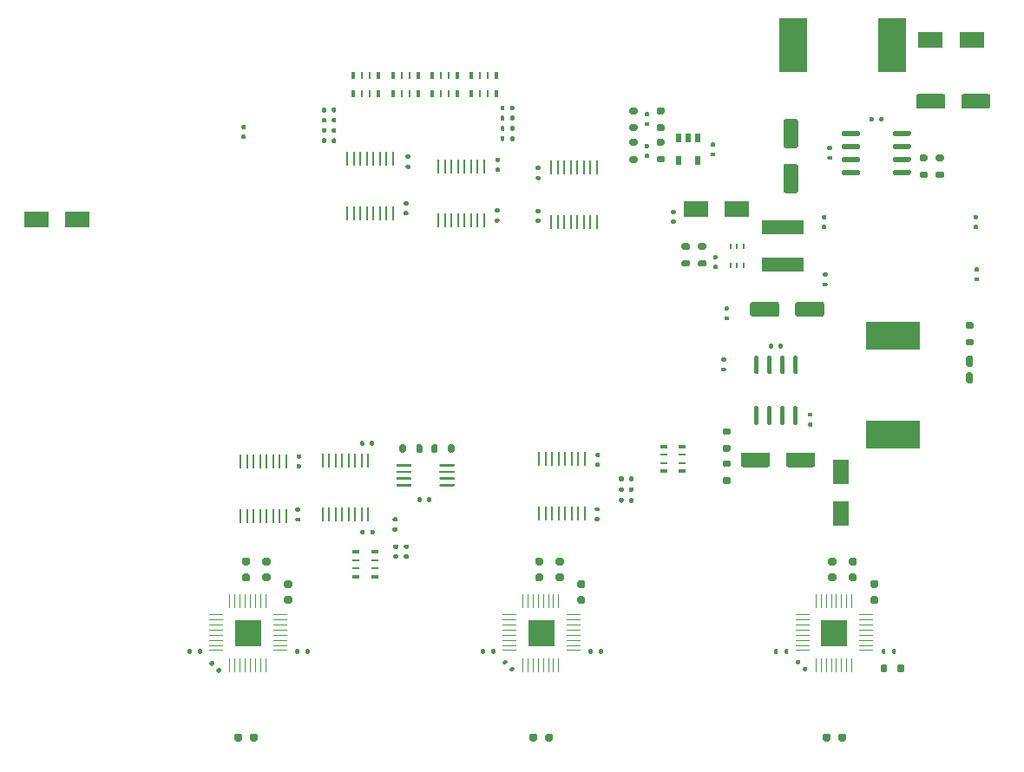
<source format=gtp>
G04 #@! TF.GenerationSoftware,KiCad,Pcbnew,5.1.9*
G04 #@! TF.CreationDate,2021-04-11T15:07:21-04:00*
G04 #@! TF.ProjectId,cnc-controller,636e632d-636f-46e7-9472-6f6c6c65722e,rev?*
G04 #@! TF.SameCoordinates,Original*
G04 #@! TF.FileFunction,Paste,Top*
G04 #@! TF.FilePolarity,Positive*
%FSLAX46Y46*%
G04 Gerber Fmt 4.6, Leading zero omitted, Abs format (unit mm)*
G04 Created by KiCad (PCBNEW 5.1.9) date 2021-04-11 15:07:21*
%MOMM*%
%LPD*%
G01*
G04 APERTURE LIST*
%ADD10R,0.347600X0.647600*%
%ADD11R,0.247600X0.647600*%
%ADD12R,0.647600X0.347600*%
%ADD13R,0.647600X0.247600*%
%ADD14R,2.647600X2.647600*%
%ADD15R,0.076200X1.320800*%
%ADD16R,1.320800X0.076200*%
%ADD17R,0.497600X0.907600*%
%ADD18R,0.247600X0.497600*%
%ADD19R,0.257600X1.447600*%
%ADD20R,4.047600X1.347600*%
%ADD21R,2.747600X5.247600*%
%ADD22R,5.247600X2.747600*%
%ADD23R,2.347600X1.647600*%
%ADD24R,1.647600X2.347600*%
G04 APERTURE END LIST*
D10*
X50575000Y-50850000D03*
D11*
X49775000Y-50850000D03*
D10*
X48175000Y-50850000D03*
D11*
X48975000Y-50850000D03*
D10*
X50575000Y-52650000D03*
D11*
X48975000Y-52650000D03*
X49775000Y-52650000D03*
D10*
X48175000Y-52650000D03*
X54400000Y-50875000D03*
D11*
X53600000Y-50875000D03*
D10*
X52000000Y-50875000D03*
D11*
X52800000Y-50875000D03*
D10*
X54400000Y-52675000D03*
D11*
X52800000Y-52675000D03*
X53600000Y-52675000D03*
D10*
X52000000Y-52675000D03*
D12*
X76350000Y-89500000D03*
D13*
X76350000Y-88700000D03*
D12*
X76350000Y-87100000D03*
D13*
X76350000Y-87900000D03*
D12*
X74550000Y-89500000D03*
D13*
X74550000Y-87900000D03*
X74550000Y-88700000D03*
D12*
X74550000Y-87100000D03*
X44550000Y-97400000D03*
D13*
X44550000Y-98200000D03*
D12*
X44550000Y-99800000D03*
D13*
X44550000Y-99000000D03*
D12*
X46350000Y-97400000D03*
D13*
X46350000Y-99000000D03*
X46350000Y-98200000D03*
D12*
X46350000Y-99800000D03*
D10*
X46675000Y-50875000D03*
D11*
X45875000Y-50875000D03*
D10*
X44275000Y-50875000D03*
D11*
X45075000Y-50875000D03*
D10*
X46675000Y-52675000D03*
D11*
X45075000Y-52675000D03*
X45875000Y-52675000D03*
D10*
X44275000Y-52675000D03*
X58200000Y-50875000D03*
D11*
X57400000Y-50875000D03*
D10*
X55800000Y-50875000D03*
D11*
X56600000Y-50875000D03*
D10*
X58200000Y-52675000D03*
D11*
X56600000Y-52675000D03*
X57400000Y-52675000D03*
D10*
X55800000Y-52675000D03*
D14*
X91200000Y-105300000D03*
D15*
X89450001Y-102175800D03*
X89950000Y-102175800D03*
X90449999Y-102175800D03*
X90950000Y-102175800D03*
X91450000Y-102175800D03*
X91950001Y-102175800D03*
X92450000Y-102175800D03*
X92949999Y-102175800D03*
D16*
X94324200Y-103550001D03*
X94324200Y-104050000D03*
X94324200Y-104549999D03*
X94324200Y-105050000D03*
X94324200Y-105550000D03*
X94324200Y-106050001D03*
X94324200Y-106550000D03*
X94324200Y-107049999D03*
D15*
X92949999Y-108424200D03*
X92450000Y-108424200D03*
X91950001Y-108424200D03*
X91450000Y-108424200D03*
X90950000Y-108424200D03*
X90449999Y-108424200D03*
X89950000Y-108424200D03*
X89450001Y-108424200D03*
D16*
X88075800Y-107049999D03*
X88075800Y-106550000D03*
X88075800Y-106050001D03*
X88075800Y-105550000D03*
X88075800Y-105050000D03*
X88075800Y-104549999D03*
X88075800Y-104050000D03*
X88075800Y-103550001D03*
D14*
X62600000Y-105300000D03*
D15*
X60850001Y-102175800D03*
X61350000Y-102175800D03*
X61849999Y-102175800D03*
X62350000Y-102175800D03*
X62850000Y-102175800D03*
X63350001Y-102175800D03*
X63850000Y-102175800D03*
X64349999Y-102175800D03*
D16*
X65724200Y-103550001D03*
X65724200Y-104050000D03*
X65724200Y-104549999D03*
X65724200Y-105050000D03*
X65724200Y-105550000D03*
X65724200Y-106050001D03*
X65724200Y-106550000D03*
X65724200Y-107049999D03*
D15*
X64349999Y-108424200D03*
X63850000Y-108424200D03*
X63350001Y-108424200D03*
X62850000Y-108424200D03*
X62350000Y-108424200D03*
X61849999Y-108424200D03*
X61350000Y-108424200D03*
X60850001Y-108424200D03*
D16*
X59475800Y-107049999D03*
X59475800Y-106550000D03*
X59475800Y-106050001D03*
X59475800Y-105550000D03*
X59475800Y-105050000D03*
X59475800Y-104549999D03*
X59475800Y-104050000D03*
X59475800Y-103550001D03*
D14*
X34000000Y-105300000D03*
D15*
X32250001Y-102175800D03*
X32750000Y-102175800D03*
X33249999Y-102175800D03*
X33750000Y-102175800D03*
X34250000Y-102175800D03*
X34750001Y-102175800D03*
X35250000Y-102175800D03*
X35749999Y-102175800D03*
D16*
X37124200Y-103550001D03*
X37124200Y-104050000D03*
X37124200Y-104549999D03*
X37124200Y-105050000D03*
X37124200Y-105550000D03*
X37124200Y-106050001D03*
X37124200Y-106550000D03*
X37124200Y-107049999D03*
D15*
X35749999Y-108424200D03*
X35250000Y-108424200D03*
X34750001Y-108424200D03*
X34250000Y-108424200D03*
X33750000Y-108424200D03*
X33249999Y-108424200D03*
X32750000Y-108424200D03*
X32250001Y-108424200D03*
D16*
X30875800Y-107049999D03*
X30875800Y-106550000D03*
X30875800Y-106050001D03*
X30875800Y-105550000D03*
X30875800Y-105050000D03*
X30875800Y-104549999D03*
X30875800Y-104050000D03*
X30875800Y-103550001D03*
D17*
X77900000Y-59150000D03*
X76000000Y-59150000D03*
X76000000Y-56950000D03*
X76950000Y-56950000D03*
X77900000Y-56950000D03*
D18*
X82350000Y-69450000D03*
X81050000Y-69450000D03*
X81700000Y-67550000D03*
X81700000Y-69450000D03*
X81050000Y-67550000D03*
X82350000Y-67550000D03*
D19*
X66822500Y-93654300D03*
X66187500Y-93654300D03*
X65552500Y-93654300D03*
X64917500Y-93654300D03*
X64282500Y-93654300D03*
X63647500Y-93654300D03*
X63012500Y-93654300D03*
X62377500Y-93654300D03*
X62377500Y-88345700D03*
X63012500Y-88345700D03*
X63647500Y-88345700D03*
X64282500Y-88345700D03*
X64917500Y-88345700D03*
X65552500Y-88345700D03*
X66187500Y-88345700D03*
X66822500Y-88345700D03*
X45722500Y-93754300D03*
X45087500Y-93754300D03*
X44452500Y-93754300D03*
X43817500Y-93754300D03*
X43182500Y-93754300D03*
X42547500Y-93754300D03*
X41912500Y-93754300D03*
X41277500Y-93754300D03*
X41277500Y-88445700D03*
X41912500Y-88445700D03*
X42547500Y-88445700D03*
X43182500Y-88445700D03*
X43817500Y-88445700D03*
X44452500Y-88445700D03*
X45087500Y-88445700D03*
X45722500Y-88445700D03*
X37722500Y-93854300D03*
X37087500Y-93854300D03*
X36452500Y-93854300D03*
X35817500Y-93854300D03*
X35182500Y-93854300D03*
X34547500Y-93854300D03*
X33912500Y-93854300D03*
X33277500Y-93854300D03*
X33277500Y-88545700D03*
X33912500Y-88545700D03*
X34547500Y-88545700D03*
X35182500Y-88545700D03*
X35817500Y-88545700D03*
X36452500Y-88545700D03*
X37087500Y-88545700D03*
X37722500Y-88545700D03*
X63577500Y-59845700D03*
X64212500Y-59845700D03*
X64847500Y-59845700D03*
X65482500Y-59845700D03*
X66117500Y-59845700D03*
X66752500Y-59845700D03*
X67387500Y-59845700D03*
X68022500Y-59845700D03*
X68022500Y-65154300D03*
X67387500Y-65154300D03*
X66752500Y-65154300D03*
X66117500Y-65154300D03*
X65482500Y-65154300D03*
X64847500Y-65154300D03*
X64212500Y-65154300D03*
X63577500Y-65154300D03*
X57022500Y-65054300D03*
X56387500Y-65054300D03*
X55752500Y-65054300D03*
X55117500Y-65054300D03*
X54482500Y-65054300D03*
X53847500Y-65054300D03*
X53212500Y-65054300D03*
X52577500Y-65054300D03*
X52577500Y-59745700D03*
X53212500Y-59745700D03*
X53847500Y-59745700D03*
X54482500Y-59745700D03*
X55117500Y-59745700D03*
X55752500Y-59745700D03*
X56387500Y-59745700D03*
X57022500Y-59745700D03*
X48122500Y-64354300D03*
X47487500Y-64354300D03*
X46852500Y-64354300D03*
X46217500Y-64354300D03*
X45582500Y-64354300D03*
X44947500Y-64354300D03*
X44312500Y-64354300D03*
X43677500Y-64354300D03*
X43677500Y-59045700D03*
X44312500Y-59045700D03*
X44947500Y-59045700D03*
X45582500Y-59045700D03*
X46217500Y-59045700D03*
X46852500Y-59045700D03*
X47487500Y-59045700D03*
X48122500Y-59045700D03*
G36*
G01*
X49923800Y-90813100D02*
X49923800Y-90936900D01*
G75*
G02*
X49861900Y-90998800I-61900J0D01*
G01*
X48513100Y-90998800D01*
G75*
G02*
X48451200Y-90936900I0J61900D01*
G01*
X48451200Y-90813100D01*
G75*
G02*
X48513100Y-90751200I61900J0D01*
G01*
X49861900Y-90751200D01*
G75*
G02*
X49923800Y-90813100I0J-61900D01*
G01*
G37*
G36*
G01*
X49923800Y-90163100D02*
X49923800Y-90286900D01*
G75*
G02*
X49861900Y-90348800I-61900J0D01*
G01*
X48513100Y-90348800D01*
G75*
G02*
X48451200Y-90286900I0J61900D01*
G01*
X48451200Y-90163100D01*
G75*
G02*
X48513100Y-90101200I61900J0D01*
G01*
X49861900Y-90101200D01*
G75*
G02*
X49923800Y-90163100I0J-61900D01*
G01*
G37*
G36*
G01*
X49923800Y-89513100D02*
X49923800Y-89636900D01*
G75*
G02*
X49861900Y-89698800I-61900J0D01*
G01*
X48513100Y-89698800D01*
G75*
G02*
X48451200Y-89636900I0J61900D01*
G01*
X48451200Y-89513100D01*
G75*
G02*
X48513100Y-89451200I61900J0D01*
G01*
X49861900Y-89451200D01*
G75*
G02*
X49923800Y-89513100I0J-61900D01*
G01*
G37*
G36*
G01*
X49923800Y-88863100D02*
X49923800Y-88986900D01*
G75*
G02*
X49861900Y-89048800I-61900J0D01*
G01*
X48513100Y-89048800D01*
G75*
G02*
X48451200Y-88986900I0J61900D01*
G01*
X48451200Y-88863100D01*
G75*
G02*
X48513100Y-88801200I61900J0D01*
G01*
X49861900Y-88801200D01*
G75*
G02*
X49923800Y-88863100I0J-61900D01*
G01*
G37*
G36*
G01*
X54148800Y-88863100D02*
X54148800Y-88986900D01*
G75*
G02*
X54086900Y-89048800I-61900J0D01*
G01*
X52738100Y-89048800D01*
G75*
G02*
X52676200Y-88986900I0J61900D01*
G01*
X52676200Y-88863100D01*
G75*
G02*
X52738100Y-88801200I61900J0D01*
G01*
X54086900Y-88801200D01*
G75*
G02*
X54148800Y-88863100I0J-61900D01*
G01*
G37*
G36*
G01*
X54148800Y-89513100D02*
X54148800Y-89636900D01*
G75*
G02*
X54086900Y-89698800I-61900J0D01*
G01*
X52738100Y-89698800D01*
G75*
G02*
X52676200Y-89636900I0J61900D01*
G01*
X52676200Y-89513100D01*
G75*
G02*
X52738100Y-89451200I61900J0D01*
G01*
X54086900Y-89451200D01*
G75*
G02*
X54148800Y-89513100I0J-61900D01*
G01*
G37*
G36*
G01*
X54148800Y-90163100D02*
X54148800Y-90286900D01*
G75*
G02*
X54086900Y-90348800I-61900J0D01*
G01*
X52738100Y-90348800D01*
G75*
G02*
X52676200Y-90286900I0J61900D01*
G01*
X52676200Y-90163100D01*
G75*
G02*
X52738100Y-90101200I61900J0D01*
G01*
X54086900Y-90101200D01*
G75*
G02*
X54148800Y-90163100I0J-61900D01*
G01*
G37*
G36*
G01*
X54148800Y-90813100D02*
X54148800Y-90936900D01*
G75*
G02*
X54086900Y-90998800I-61900J0D01*
G01*
X52738100Y-90998800D01*
G75*
G02*
X52676200Y-90936900I0J61900D01*
G01*
X52676200Y-90813100D01*
G75*
G02*
X52738100Y-90751200I61900J0D01*
G01*
X54086900Y-90751200D01*
G75*
G02*
X54148800Y-90813100I0J-61900D01*
G01*
G37*
G36*
G01*
X96876200Y-56656900D02*
X96876200Y-56433100D01*
G75*
G02*
X96988100Y-56321200I111900J0D01*
G01*
X98561900Y-56321200D01*
G75*
G02*
X98673800Y-56433100I0J-111900D01*
G01*
X98673800Y-56656900D01*
G75*
G02*
X98561900Y-56768800I-111900J0D01*
G01*
X96988100Y-56768800D01*
G75*
G02*
X96876200Y-56656900I0J111900D01*
G01*
G37*
G36*
G01*
X96876200Y-57926900D02*
X96876200Y-57703100D01*
G75*
G02*
X96988100Y-57591200I111900J0D01*
G01*
X98561900Y-57591200D01*
G75*
G02*
X98673800Y-57703100I0J-111900D01*
G01*
X98673800Y-57926900D01*
G75*
G02*
X98561900Y-58038800I-111900J0D01*
G01*
X96988100Y-58038800D01*
G75*
G02*
X96876200Y-57926900I0J111900D01*
G01*
G37*
G36*
G01*
X96876200Y-59196900D02*
X96876200Y-58973100D01*
G75*
G02*
X96988100Y-58861200I111900J0D01*
G01*
X98561900Y-58861200D01*
G75*
G02*
X98673800Y-58973100I0J-111900D01*
G01*
X98673800Y-59196900D01*
G75*
G02*
X98561900Y-59308800I-111900J0D01*
G01*
X96988100Y-59308800D01*
G75*
G02*
X96876200Y-59196900I0J111900D01*
G01*
G37*
G36*
G01*
X96876200Y-60466900D02*
X96876200Y-60243100D01*
G75*
G02*
X96988100Y-60131200I111900J0D01*
G01*
X98561900Y-60131200D01*
G75*
G02*
X98673800Y-60243100I0J-111900D01*
G01*
X98673800Y-60466900D01*
G75*
G02*
X98561900Y-60578800I-111900J0D01*
G01*
X96988100Y-60578800D01*
G75*
G02*
X96876200Y-60466900I0J111900D01*
G01*
G37*
G36*
G01*
X91926200Y-60466900D02*
X91926200Y-60243100D01*
G75*
G02*
X92038100Y-60131200I111900J0D01*
G01*
X93611900Y-60131200D01*
G75*
G02*
X93723800Y-60243100I0J-111900D01*
G01*
X93723800Y-60466900D01*
G75*
G02*
X93611900Y-60578800I-111900J0D01*
G01*
X92038100Y-60578800D01*
G75*
G02*
X91926200Y-60466900I0J111900D01*
G01*
G37*
G36*
G01*
X91926200Y-59196900D02*
X91926200Y-58973100D01*
G75*
G02*
X92038100Y-58861200I111900J0D01*
G01*
X93611900Y-58861200D01*
G75*
G02*
X93723800Y-58973100I0J-111900D01*
G01*
X93723800Y-59196900D01*
G75*
G02*
X93611900Y-59308800I-111900J0D01*
G01*
X92038100Y-59308800D01*
G75*
G02*
X91926200Y-59196900I0J111900D01*
G01*
G37*
G36*
G01*
X91926200Y-57926900D02*
X91926200Y-57703100D01*
G75*
G02*
X92038100Y-57591200I111900J0D01*
G01*
X93611900Y-57591200D01*
G75*
G02*
X93723800Y-57703100I0J-111900D01*
G01*
X93723800Y-57926900D01*
G75*
G02*
X93611900Y-58038800I-111900J0D01*
G01*
X92038100Y-58038800D01*
G75*
G02*
X91926200Y-57926900I0J111900D01*
G01*
G37*
G36*
G01*
X91926200Y-56656900D02*
X91926200Y-56433100D01*
G75*
G02*
X92038100Y-56321200I111900J0D01*
G01*
X93611900Y-56321200D01*
G75*
G02*
X93723800Y-56433100I0J-111900D01*
G01*
X93723800Y-56656900D01*
G75*
G02*
X93611900Y-56768800I-111900J0D01*
G01*
X92038100Y-56768800D01*
G75*
G02*
X91926200Y-56656900I0J111900D01*
G01*
G37*
G36*
G01*
X87293100Y-83176200D02*
X87516900Y-83176200D01*
G75*
G02*
X87628800Y-83288100I0J-111900D01*
G01*
X87628800Y-84861900D01*
G75*
G02*
X87516900Y-84973800I-111900J0D01*
G01*
X87293100Y-84973800D01*
G75*
G02*
X87181200Y-84861900I0J111900D01*
G01*
X87181200Y-83288100D01*
G75*
G02*
X87293100Y-83176200I111900J0D01*
G01*
G37*
G36*
G01*
X86023100Y-83176200D02*
X86246900Y-83176200D01*
G75*
G02*
X86358800Y-83288100I0J-111900D01*
G01*
X86358800Y-84861900D01*
G75*
G02*
X86246900Y-84973800I-111900J0D01*
G01*
X86023100Y-84973800D01*
G75*
G02*
X85911200Y-84861900I0J111900D01*
G01*
X85911200Y-83288100D01*
G75*
G02*
X86023100Y-83176200I111900J0D01*
G01*
G37*
G36*
G01*
X84753100Y-83176200D02*
X84976900Y-83176200D01*
G75*
G02*
X85088800Y-83288100I0J-111900D01*
G01*
X85088800Y-84861900D01*
G75*
G02*
X84976900Y-84973800I-111900J0D01*
G01*
X84753100Y-84973800D01*
G75*
G02*
X84641200Y-84861900I0J111900D01*
G01*
X84641200Y-83288100D01*
G75*
G02*
X84753100Y-83176200I111900J0D01*
G01*
G37*
G36*
G01*
X83483100Y-83176200D02*
X83706900Y-83176200D01*
G75*
G02*
X83818800Y-83288100I0J-111900D01*
G01*
X83818800Y-84861900D01*
G75*
G02*
X83706900Y-84973800I-111900J0D01*
G01*
X83483100Y-84973800D01*
G75*
G02*
X83371200Y-84861900I0J111900D01*
G01*
X83371200Y-83288100D01*
G75*
G02*
X83483100Y-83176200I111900J0D01*
G01*
G37*
G36*
G01*
X83483100Y-78226200D02*
X83706900Y-78226200D01*
G75*
G02*
X83818800Y-78338100I0J-111900D01*
G01*
X83818800Y-79911900D01*
G75*
G02*
X83706900Y-80023800I-111900J0D01*
G01*
X83483100Y-80023800D01*
G75*
G02*
X83371200Y-79911900I0J111900D01*
G01*
X83371200Y-78338100D01*
G75*
G02*
X83483100Y-78226200I111900J0D01*
G01*
G37*
G36*
G01*
X84753100Y-78226200D02*
X84976900Y-78226200D01*
G75*
G02*
X85088800Y-78338100I0J-111900D01*
G01*
X85088800Y-79911900D01*
G75*
G02*
X84976900Y-80023800I-111900J0D01*
G01*
X84753100Y-80023800D01*
G75*
G02*
X84641200Y-79911900I0J111900D01*
G01*
X84641200Y-78338100D01*
G75*
G02*
X84753100Y-78226200I111900J0D01*
G01*
G37*
G36*
G01*
X86023100Y-78226200D02*
X86246900Y-78226200D01*
G75*
G02*
X86358800Y-78338100I0J-111900D01*
G01*
X86358800Y-79911900D01*
G75*
G02*
X86246900Y-80023800I-111900J0D01*
G01*
X86023100Y-80023800D01*
G75*
G02*
X85911200Y-79911900I0J111900D01*
G01*
X85911200Y-78338100D01*
G75*
G02*
X86023100Y-78226200I111900J0D01*
G01*
G37*
G36*
G01*
X87293100Y-78226200D02*
X87516900Y-78226200D01*
G75*
G02*
X87628800Y-78338100I0J-111900D01*
G01*
X87628800Y-79911900D01*
G75*
G02*
X87516900Y-80023800I-111900J0D01*
G01*
X87293100Y-80023800D01*
G75*
G02*
X87181200Y-79911900I0J111900D01*
G01*
X87181200Y-78338100D01*
G75*
G02*
X87293100Y-78226200I111900J0D01*
G01*
G37*
G36*
G01*
X96816200Y-107246900D02*
X96816200Y-106953100D01*
G75*
G02*
X96913100Y-106856200I96900J0D01*
G01*
X97106900Y-106856200D01*
G75*
G02*
X97203800Y-106953100I0J-96900D01*
G01*
X97203800Y-107246900D01*
G75*
G02*
X97106900Y-107343800I-96900J0D01*
G01*
X96913100Y-107343800D01*
G75*
G02*
X96816200Y-107246900I0J96900D01*
G01*
G37*
G36*
G01*
X95796200Y-107246900D02*
X95796200Y-106953100D01*
G75*
G02*
X95893100Y-106856200I96900J0D01*
G01*
X96086900Y-106856200D01*
G75*
G02*
X96183800Y-106953100I0J-96900D01*
G01*
X96183800Y-107246900D01*
G75*
G02*
X96086900Y-107343800I-96900J0D01*
G01*
X95893100Y-107343800D01*
G75*
G02*
X95796200Y-107246900I0J96900D01*
G01*
G37*
G36*
G01*
X85683800Y-106953100D02*
X85683800Y-107246900D01*
G75*
G02*
X85586900Y-107343800I-96900J0D01*
G01*
X85393100Y-107343800D01*
G75*
G02*
X85296200Y-107246900I0J96900D01*
G01*
X85296200Y-106953100D01*
G75*
G02*
X85393100Y-106856200I96900J0D01*
G01*
X85586900Y-106856200D01*
G75*
G02*
X85683800Y-106953100I0J-96900D01*
G01*
G37*
G36*
G01*
X86703800Y-106953100D02*
X86703800Y-107246900D01*
G75*
G02*
X86606900Y-107343800I-96900J0D01*
G01*
X86413100Y-107343800D01*
G75*
G02*
X86316200Y-107246900I0J96900D01*
G01*
X86316200Y-106953100D01*
G75*
G02*
X86413100Y-106856200I96900J0D01*
G01*
X86606900Y-106856200D01*
G75*
G02*
X86703800Y-106953100I0J-96900D01*
G01*
G37*
G36*
G01*
X68216200Y-107246900D02*
X68216200Y-106953100D01*
G75*
G02*
X68313100Y-106856200I96900J0D01*
G01*
X68506900Y-106856200D01*
G75*
G02*
X68603800Y-106953100I0J-96900D01*
G01*
X68603800Y-107246900D01*
G75*
G02*
X68506900Y-107343800I-96900J0D01*
G01*
X68313100Y-107343800D01*
G75*
G02*
X68216200Y-107246900I0J96900D01*
G01*
G37*
G36*
G01*
X67196200Y-107246900D02*
X67196200Y-106953100D01*
G75*
G02*
X67293100Y-106856200I96900J0D01*
G01*
X67486900Y-106856200D01*
G75*
G02*
X67583800Y-106953100I0J-96900D01*
G01*
X67583800Y-107246900D01*
G75*
G02*
X67486900Y-107343800I-96900J0D01*
G01*
X67293100Y-107343800D01*
G75*
G02*
X67196200Y-107246900I0J96900D01*
G01*
G37*
G36*
G01*
X57083800Y-106953100D02*
X57083800Y-107246900D01*
G75*
G02*
X56986900Y-107343800I-96900J0D01*
G01*
X56793100Y-107343800D01*
G75*
G02*
X56696200Y-107246900I0J96900D01*
G01*
X56696200Y-106953100D01*
G75*
G02*
X56793100Y-106856200I96900J0D01*
G01*
X56986900Y-106856200D01*
G75*
G02*
X57083800Y-106953100I0J-96900D01*
G01*
G37*
G36*
G01*
X58103800Y-106953100D02*
X58103800Y-107246900D01*
G75*
G02*
X58006900Y-107343800I-96900J0D01*
G01*
X57813100Y-107343800D01*
G75*
G02*
X57716200Y-107246900I0J96900D01*
G01*
X57716200Y-106953100D01*
G75*
G02*
X57813100Y-106856200I96900J0D01*
G01*
X58006900Y-106856200D01*
G75*
G02*
X58103800Y-106953100I0J-96900D01*
G01*
G37*
G36*
G01*
X39616200Y-107246900D02*
X39616200Y-106953100D01*
G75*
G02*
X39713100Y-106856200I96900J0D01*
G01*
X39906900Y-106856200D01*
G75*
G02*
X40003800Y-106953100I0J-96900D01*
G01*
X40003800Y-107246900D01*
G75*
G02*
X39906900Y-107343800I-96900J0D01*
G01*
X39713100Y-107343800D01*
G75*
G02*
X39616200Y-107246900I0J96900D01*
G01*
G37*
G36*
G01*
X38596200Y-107246900D02*
X38596200Y-106953100D01*
G75*
G02*
X38693100Y-106856200I96900J0D01*
G01*
X38886900Y-106856200D01*
G75*
G02*
X38983800Y-106953100I0J-96900D01*
G01*
X38983800Y-107246900D01*
G75*
G02*
X38886900Y-107343800I-96900J0D01*
G01*
X38693100Y-107343800D01*
G75*
G02*
X38596200Y-107246900I0J96900D01*
G01*
G37*
G36*
G01*
X28483800Y-106953100D02*
X28483800Y-107246900D01*
G75*
G02*
X28386900Y-107343800I-96900J0D01*
G01*
X28193100Y-107343800D01*
G75*
G02*
X28096200Y-107246900I0J96900D01*
G01*
X28096200Y-106953100D01*
G75*
G02*
X28193100Y-106856200I96900J0D01*
G01*
X28386900Y-106856200D01*
G75*
G02*
X28483800Y-106953100I0J-96900D01*
G01*
G37*
G36*
G01*
X29503800Y-106953100D02*
X29503800Y-107246900D01*
G75*
G02*
X29406900Y-107343800I-96900J0D01*
G01*
X29213100Y-107343800D01*
G75*
G02*
X29116200Y-107246900I0J96900D01*
G01*
X29116200Y-106953100D01*
G75*
G02*
X29213100Y-106856200I96900J0D01*
G01*
X29406900Y-106856200D01*
G75*
G02*
X29503800Y-106953100I0J-96900D01*
G01*
G37*
G36*
G01*
X96348800Y-108513100D02*
X96348800Y-108986900D01*
G75*
G02*
X96186900Y-109148800I-161900J0D01*
G01*
X95863100Y-109148800D01*
G75*
G02*
X95701200Y-108986900I0J161900D01*
G01*
X95701200Y-108513100D01*
G75*
G02*
X95863100Y-108351200I161900J0D01*
G01*
X96186900Y-108351200D01*
G75*
G02*
X96348800Y-108513100I0J-161900D01*
G01*
G37*
G36*
G01*
X97998800Y-108513100D02*
X97998800Y-108986900D01*
G75*
G02*
X97836900Y-109148800I-161900J0D01*
G01*
X97513100Y-109148800D01*
G75*
G02*
X97351200Y-108986900I0J161900D01*
G01*
X97351200Y-108513100D01*
G75*
G02*
X97513100Y-108351200I161900J0D01*
G01*
X97836900Y-108351200D01*
G75*
G02*
X97998800Y-108513100I0J-161900D01*
G01*
G37*
G36*
G01*
X104163100Y-76601200D02*
X104636900Y-76601200D01*
G75*
G02*
X104798800Y-76763100I0J-161900D01*
G01*
X104798800Y-77086900D01*
G75*
G02*
X104636900Y-77248800I-161900J0D01*
G01*
X104163100Y-77248800D01*
G75*
G02*
X104001200Y-77086900I0J161900D01*
G01*
X104001200Y-76763100D01*
G75*
G02*
X104163100Y-76601200I161900J0D01*
G01*
G37*
G36*
G01*
X104163100Y-74951200D02*
X104636900Y-74951200D01*
G75*
G02*
X104798800Y-75113100I0J-161900D01*
G01*
X104798800Y-75436900D01*
G75*
G02*
X104636900Y-75598800I-161900J0D01*
G01*
X104163100Y-75598800D01*
G75*
G02*
X104001200Y-75436900I0J161900D01*
G01*
X104001200Y-75113100D01*
G75*
G02*
X104163100Y-74951200I161900J0D01*
G01*
G37*
G36*
G01*
X74486900Y-57723800D02*
X74013100Y-57723800D01*
G75*
G02*
X73851200Y-57561900I0J161900D01*
G01*
X73851200Y-57238100D01*
G75*
G02*
X74013100Y-57076200I161900J0D01*
G01*
X74486900Y-57076200D01*
G75*
G02*
X74648800Y-57238100I0J-161900D01*
G01*
X74648800Y-57561900D01*
G75*
G02*
X74486900Y-57723800I-161900J0D01*
G01*
G37*
G36*
G01*
X74486900Y-59373800D02*
X74013100Y-59373800D01*
G75*
G02*
X73851200Y-59211900I0J161900D01*
G01*
X73851200Y-58888100D01*
G75*
G02*
X74013100Y-58726200I161900J0D01*
G01*
X74486900Y-58726200D01*
G75*
G02*
X74648800Y-58888100I0J-161900D01*
G01*
X74648800Y-59211900D01*
G75*
G02*
X74486900Y-59373800I-161900J0D01*
G01*
G37*
G36*
G01*
X78063100Y-68901200D02*
X78536900Y-68901200D01*
G75*
G02*
X78698800Y-69063100I0J-161900D01*
G01*
X78698800Y-69386900D01*
G75*
G02*
X78536900Y-69548800I-161900J0D01*
G01*
X78063100Y-69548800D01*
G75*
G02*
X77901200Y-69386900I0J161900D01*
G01*
X77901200Y-69063100D01*
G75*
G02*
X78063100Y-68901200I161900J0D01*
G01*
G37*
G36*
G01*
X78063100Y-67251200D02*
X78536900Y-67251200D01*
G75*
G02*
X78698800Y-67413100I0J-161900D01*
G01*
X78698800Y-67736900D01*
G75*
G02*
X78536900Y-67898800I-161900J0D01*
G01*
X78063100Y-67898800D01*
G75*
G02*
X77901200Y-67736900I0J161900D01*
G01*
X77901200Y-67413100D01*
G75*
G02*
X78063100Y-67251200I161900J0D01*
G01*
G37*
G36*
G01*
X76463100Y-68901200D02*
X76936900Y-68901200D01*
G75*
G02*
X77098800Y-69063100I0J-161900D01*
G01*
X77098800Y-69386900D01*
G75*
G02*
X76936900Y-69548800I-161900J0D01*
G01*
X76463100Y-69548800D01*
G75*
G02*
X76301200Y-69386900I0J161900D01*
G01*
X76301200Y-69063100D01*
G75*
G02*
X76463100Y-68901200I161900J0D01*
G01*
G37*
G36*
G01*
X76463100Y-67251200D02*
X76936900Y-67251200D01*
G75*
G02*
X77098800Y-67413100I0J-161900D01*
G01*
X77098800Y-67736900D01*
G75*
G02*
X76936900Y-67898800I-161900J0D01*
G01*
X76463100Y-67898800D01*
G75*
G02*
X76301200Y-67736900I0J161900D01*
G01*
X76301200Y-67413100D01*
G75*
G02*
X76463100Y-67251200I161900J0D01*
G01*
G37*
G36*
G01*
X71363100Y-58751200D02*
X71836900Y-58751200D01*
G75*
G02*
X71998800Y-58913100I0J-161900D01*
G01*
X71998800Y-59236900D01*
G75*
G02*
X71836900Y-59398800I-161900J0D01*
G01*
X71363100Y-59398800D01*
G75*
G02*
X71201200Y-59236900I0J161900D01*
G01*
X71201200Y-58913100D01*
G75*
G02*
X71363100Y-58751200I161900J0D01*
G01*
G37*
G36*
G01*
X71363100Y-57101200D02*
X71836900Y-57101200D01*
G75*
G02*
X71998800Y-57263100I0J-161900D01*
G01*
X71998800Y-57586900D01*
G75*
G02*
X71836900Y-57748800I-161900J0D01*
G01*
X71363100Y-57748800D01*
G75*
G02*
X71201200Y-57586900I0J161900D01*
G01*
X71201200Y-57263100D01*
G75*
G02*
X71363100Y-57101200I161900J0D01*
G01*
G37*
G36*
G01*
X74486900Y-54648800D02*
X74013100Y-54648800D01*
G75*
G02*
X73851200Y-54486900I0J161900D01*
G01*
X73851200Y-54163100D01*
G75*
G02*
X74013100Y-54001200I161900J0D01*
G01*
X74486900Y-54001200D01*
G75*
G02*
X74648800Y-54163100I0J-161900D01*
G01*
X74648800Y-54486900D01*
G75*
G02*
X74486900Y-54648800I-161900J0D01*
G01*
G37*
G36*
G01*
X74486900Y-56298800D02*
X74013100Y-56298800D01*
G75*
G02*
X73851200Y-56136900I0J161900D01*
G01*
X73851200Y-55813100D01*
G75*
G02*
X74013100Y-55651200I161900J0D01*
G01*
X74486900Y-55651200D01*
G75*
G02*
X74648800Y-55813100I0J-161900D01*
G01*
X74648800Y-56136900D01*
G75*
G02*
X74486900Y-56298800I-161900J0D01*
G01*
G37*
G36*
G01*
X71363100Y-55651200D02*
X71836900Y-55651200D01*
G75*
G02*
X71998800Y-55813100I0J-161900D01*
G01*
X71998800Y-56136900D01*
G75*
G02*
X71836900Y-56298800I-161900J0D01*
G01*
X71363100Y-56298800D01*
G75*
G02*
X71201200Y-56136900I0J161900D01*
G01*
X71201200Y-55813100D01*
G75*
G02*
X71363100Y-55651200I161900J0D01*
G01*
G37*
G36*
G01*
X71363100Y-54001200D02*
X71836900Y-54001200D01*
G75*
G02*
X71998800Y-54163100I0J-161900D01*
G01*
X71998800Y-54486900D01*
G75*
G02*
X71836900Y-54648800I-161900J0D01*
G01*
X71363100Y-54648800D01*
G75*
G02*
X71201200Y-54486900I0J161900D01*
G01*
X71201200Y-54163100D01*
G75*
G02*
X71363100Y-54001200I161900J0D01*
G01*
G37*
G36*
G01*
X53501200Y-87536900D02*
X53501200Y-87063100D01*
G75*
G02*
X53663100Y-86901200I161900J0D01*
G01*
X53986900Y-86901200D01*
G75*
G02*
X54148800Y-87063100I0J-161900D01*
G01*
X54148800Y-87536900D01*
G75*
G02*
X53986900Y-87698800I-161900J0D01*
G01*
X53663100Y-87698800D01*
G75*
G02*
X53501200Y-87536900I0J161900D01*
G01*
G37*
G36*
G01*
X51851200Y-87536900D02*
X51851200Y-87063100D01*
G75*
G02*
X52013100Y-86901200I161900J0D01*
G01*
X52336900Y-86901200D01*
G75*
G02*
X52498800Y-87063100I0J-161900D01*
G01*
X52498800Y-87536900D01*
G75*
G02*
X52336900Y-87698800I-161900J0D01*
G01*
X52013100Y-87698800D01*
G75*
G02*
X51851200Y-87536900I0J161900D01*
G01*
G37*
G36*
G01*
X49398800Y-87063100D02*
X49398800Y-87536900D01*
G75*
G02*
X49236900Y-87698800I-161900J0D01*
G01*
X48913100Y-87698800D01*
G75*
G02*
X48751200Y-87536900I0J161900D01*
G01*
X48751200Y-87063100D01*
G75*
G02*
X48913100Y-86901200I161900J0D01*
G01*
X49236900Y-86901200D01*
G75*
G02*
X49398800Y-87063100I0J-161900D01*
G01*
G37*
G36*
G01*
X51048800Y-87063100D02*
X51048800Y-87536900D01*
G75*
G02*
X50886900Y-87698800I-161900J0D01*
G01*
X50563100Y-87698800D01*
G75*
G02*
X50401200Y-87536900I0J161900D01*
G01*
X50401200Y-87063100D01*
G75*
G02*
X50563100Y-86901200I161900J0D01*
G01*
X50886900Y-86901200D01*
G75*
G02*
X51048800Y-87063100I0J-161900D01*
G01*
G37*
G36*
G01*
X100136900Y-59248800D02*
X99663100Y-59248800D01*
G75*
G02*
X99501200Y-59086900I0J161900D01*
G01*
X99501200Y-58763100D01*
G75*
G02*
X99663100Y-58601200I161900J0D01*
G01*
X100136900Y-58601200D01*
G75*
G02*
X100298800Y-58763100I0J-161900D01*
G01*
X100298800Y-59086900D01*
G75*
G02*
X100136900Y-59248800I-161900J0D01*
G01*
G37*
G36*
G01*
X100136900Y-60898800D02*
X99663100Y-60898800D01*
G75*
G02*
X99501200Y-60736900I0J161900D01*
G01*
X99501200Y-60413100D01*
G75*
G02*
X99663100Y-60251200I161900J0D01*
G01*
X100136900Y-60251200D01*
G75*
G02*
X100298800Y-60413100I0J-161900D01*
G01*
X100298800Y-60736900D01*
G75*
G02*
X100136900Y-60898800I-161900J0D01*
G01*
G37*
G36*
G01*
X101263100Y-60251200D02*
X101736900Y-60251200D01*
G75*
G02*
X101898800Y-60413100I0J-161900D01*
G01*
X101898800Y-60736900D01*
G75*
G02*
X101736900Y-60898800I-161900J0D01*
G01*
X101263100Y-60898800D01*
G75*
G02*
X101101200Y-60736900I0J161900D01*
G01*
X101101200Y-60413100D01*
G75*
G02*
X101263100Y-60251200I161900J0D01*
G01*
G37*
G36*
G01*
X101263100Y-58601200D02*
X101736900Y-58601200D01*
G75*
G02*
X101898800Y-58763100I0J-161900D01*
G01*
X101898800Y-59086900D01*
G75*
G02*
X101736900Y-59248800I-161900J0D01*
G01*
X101263100Y-59248800D01*
G75*
G02*
X101101200Y-59086900I0J161900D01*
G01*
X101101200Y-58763100D01*
G75*
G02*
X101263100Y-58601200I161900J0D01*
G01*
G37*
G36*
G01*
X80463100Y-90101200D02*
X80936900Y-90101200D01*
G75*
G02*
X81098800Y-90263100I0J-161900D01*
G01*
X81098800Y-90586900D01*
G75*
G02*
X80936900Y-90748800I-161900J0D01*
G01*
X80463100Y-90748800D01*
G75*
G02*
X80301200Y-90586900I0J161900D01*
G01*
X80301200Y-90263100D01*
G75*
G02*
X80463100Y-90101200I161900J0D01*
G01*
G37*
G36*
G01*
X80463100Y-88451200D02*
X80936900Y-88451200D01*
G75*
G02*
X81098800Y-88613100I0J-161900D01*
G01*
X81098800Y-88936900D01*
G75*
G02*
X80936900Y-89098800I-161900J0D01*
G01*
X80463100Y-89098800D01*
G75*
G02*
X80301200Y-88936900I0J161900D01*
G01*
X80301200Y-88613100D01*
G75*
G02*
X80463100Y-88451200I161900J0D01*
G01*
G37*
G36*
G01*
X80463100Y-86951200D02*
X80936900Y-86951200D01*
G75*
G02*
X81098800Y-87113100I0J-161900D01*
G01*
X81098800Y-87436900D01*
G75*
G02*
X80936900Y-87598800I-161900J0D01*
G01*
X80463100Y-87598800D01*
G75*
G02*
X80301200Y-87436900I0J161900D01*
G01*
X80301200Y-87113100D01*
G75*
G02*
X80463100Y-86951200I161900J0D01*
G01*
G37*
G36*
G01*
X80463100Y-85301200D02*
X80936900Y-85301200D01*
G75*
G02*
X81098800Y-85463100I0J-161900D01*
G01*
X81098800Y-85786900D01*
G75*
G02*
X80936900Y-85948800I-161900J0D01*
G01*
X80463100Y-85948800D01*
G75*
G02*
X80301200Y-85786900I0J161900D01*
G01*
X80301200Y-85463100D01*
G75*
G02*
X80463100Y-85301200I161900J0D01*
G01*
G37*
D20*
X86200000Y-65700000D03*
X86200000Y-69300000D03*
D21*
X96850000Y-47900000D03*
X87150000Y-47900000D03*
D22*
X96900000Y-85950000D03*
X96900000Y-76250000D03*
G36*
G01*
X104574400Y-79323800D02*
X104225600Y-79323800D01*
G75*
G02*
X104051200Y-79149400I0J174400D01*
G01*
X104051200Y-78425600D01*
G75*
G02*
X104225600Y-78251200I174400J0D01*
G01*
X104574400Y-78251200D01*
G75*
G02*
X104748800Y-78425600I0J-174400D01*
G01*
X104748800Y-79149400D01*
G75*
G02*
X104574400Y-79323800I-174400J0D01*
G01*
G37*
G36*
G01*
X104574400Y-80948800D02*
X104225600Y-80948800D01*
G75*
G02*
X104051200Y-80774400I0J174400D01*
G01*
X104051200Y-80050600D01*
G75*
G02*
X104225600Y-79876200I174400J0D01*
G01*
X104574400Y-79876200D01*
G75*
G02*
X104748800Y-80050600I0J-174400D01*
G01*
X104748800Y-80774400D01*
G75*
G02*
X104574400Y-80948800I-174400J0D01*
G01*
G37*
D23*
X81700000Y-63900000D03*
X77700000Y-63900000D03*
G36*
G01*
X70633800Y-92215600D02*
X70633800Y-92484400D01*
G75*
G02*
X70524400Y-92593800I-109400J0D01*
G01*
X70305600Y-92593800D01*
G75*
G02*
X70196200Y-92484400I0J109400D01*
G01*
X70196200Y-92215600D01*
G75*
G02*
X70305600Y-92106200I109400J0D01*
G01*
X70524400Y-92106200D01*
G75*
G02*
X70633800Y-92215600I0J-109400D01*
G01*
G37*
G36*
G01*
X71603800Y-92215600D02*
X71603800Y-92484400D01*
G75*
G02*
X71494400Y-92593800I-109400J0D01*
G01*
X71275600Y-92593800D01*
G75*
G02*
X71166200Y-92484400I0J109400D01*
G01*
X71166200Y-92215600D01*
G75*
G02*
X71275600Y-92106200I109400J0D01*
G01*
X71494400Y-92106200D01*
G75*
G02*
X71603800Y-92215600I0J-109400D01*
G01*
G37*
G36*
G01*
X70633800Y-91165600D02*
X70633800Y-91434400D01*
G75*
G02*
X70524400Y-91543800I-109400J0D01*
G01*
X70305600Y-91543800D01*
G75*
G02*
X70196200Y-91434400I0J109400D01*
G01*
X70196200Y-91165600D01*
G75*
G02*
X70305600Y-91056200I109400J0D01*
G01*
X70524400Y-91056200D01*
G75*
G02*
X70633800Y-91165600I0J-109400D01*
G01*
G37*
G36*
G01*
X71603800Y-91165600D02*
X71603800Y-91434400D01*
G75*
G02*
X71494400Y-91543800I-109400J0D01*
G01*
X71275600Y-91543800D01*
G75*
G02*
X71166200Y-91434400I0J109400D01*
G01*
X71166200Y-91165600D01*
G75*
G02*
X71275600Y-91056200I109400J0D01*
G01*
X71494400Y-91056200D01*
G75*
G02*
X71603800Y-91165600I0J-109400D01*
G01*
G37*
G36*
G01*
X70633800Y-90115600D02*
X70633800Y-90384400D01*
G75*
G02*
X70524400Y-90493800I-109400J0D01*
G01*
X70305600Y-90493800D01*
G75*
G02*
X70196200Y-90384400I0J109400D01*
G01*
X70196200Y-90115600D01*
G75*
G02*
X70305600Y-90006200I109400J0D01*
G01*
X70524400Y-90006200D01*
G75*
G02*
X70633800Y-90115600I0J-109400D01*
G01*
G37*
G36*
G01*
X71603800Y-90115600D02*
X71603800Y-90384400D01*
G75*
G02*
X71494400Y-90493800I-109400J0D01*
G01*
X71275600Y-90493800D01*
G75*
G02*
X71166200Y-90384400I0J109400D01*
G01*
X71166200Y-90115600D01*
G75*
G02*
X71275600Y-90006200I109400J0D01*
G01*
X71494400Y-90006200D01*
G75*
G02*
X71603800Y-90115600I0J-109400D01*
G01*
G37*
G36*
G01*
X48484400Y-94433800D02*
X48215600Y-94433800D01*
G75*
G02*
X48106200Y-94324400I0J109400D01*
G01*
X48106200Y-94105600D01*
G75*
G02*
X48215600Y-93996200I109400J0D01*
G01*
X48484400Y-93996200D01*
G75*
G02*
X48593800Y-94105600I0J-109400D01*
G01*
X48593800Y-94324400D01*
G75*
G02*
X48484400Y-94433800I-109400J0D01*
G01*
G37*
G36*
G01*
X48484400Y-95403800D02*
X48215600Y-95403800D01*
G75*
G02*
X48106200Y-95294400I0J109400D01*
G01*
X48106200Y-95075600D01*
G75*
G02*
X48215600Y-94966200I109400J0D01*
G01*
X48484400Y-94966200D01*
G75*
G02*
X48593800Y-95075600I0J-109400D01*
G01*
X48593800Y-95294400D01*
G75*
G02*
X48484400Y-95403800I-109400J0D01*
G01*
G37*
G36*
G01*
X48534400Y-97083800D02*
X48265600Y-97083800D01*
G75*
G02*
X48156200Y-96974400I0J109400D01*
G01*
X48156200Y-96755600D01*
G75*
G02*
X48265600Y-96646200I109400J0D01*
G01*
X48534400Y-96646200D01*
G75*
G02*
X48643800Y-96755600I0J-109400D01*
G01*
X48643800Y-96974400D01*
G75*
G02*
X48534400Y-97083800I-109400J0D01*
G01*
G37*
G36*
G01*
X48534400Y-98053800D02*
X48265600Y-98053800D01*
G75*
G02*
X48156200Y-97944400I0J109400D01*
G01*
X48156200Y-97725600D01*
G75*
G02*
X48265600Y-97616200I109400J0D01*
G01*
X48534400Y-97616200D01*
G75*
G02*
X48643800Y-97725600I0J-109400D01*
G01*
X48643800Y-97944400D01*
G75*
G02*
X48534400Y-98053800I-109400J0D01*
G01*
G37*
G36*
G01*
X49584400Y-97083800D02*
X49315600Y-97083800D01*
G75*
G02*
X49206200Y-96974400I0J109400D01*
G01*
X49206200Y-96755600D01*
G75*
G02*
X49315600Y-96646200I109400J0D01*
G01*
X49584400Y-96646200D01*
G75*
G02*
X49693800Y-96755600I0J-109400D01*
G01*
X49693800Y-96974400D01*
G75*
G02*
X49584400Y-97083800I-109400J0D01*
G01*
G37*
G36*
G01*
X49584400Y-98053800D02*
X49315600Y-98053800D01*
G75*
G02*
X49206200Y-97944400I0J109400D01*
G01*
X49206200Y-97725600D01*
G75*
G02*
X49315600Y-97616200I109400J0D01*
G01*
X49584400Y-97616200D01*
G75*
G02*
X49693800Y-97725600I0J-109400D01*
G01*
X49693800Y-97944400D01*
G75*
G02*
X49584400Y-98053800I-109400J0D01*
G01*
G37*
X17350000Y-64950000D03*
X13350000Y-64950000D03*
X104600000Y-47400000D03*
X100600000Y-47400000D03*
D24*
X91800000Y-93600000D03*
X91800000Y-89600000D03*
G36*
G01*
X87897965Y-108211430D02*
X87711430Y-108397965D01*
G75*
G02*
X87567322Y-108397965I-72054J72054D01*
G01*
X87423213Y-108253856D01*
G75*
G02*
X87423213Y-108109748I72054J72054D01*
G01*
X87609748Y-107923213D01*
G75*
G02*
X87753856Y-107923213I72054J-72054D01*
G01*
X87897965Y-108067322D01*
G75*
G02*
X87897965Y-108211430I-72054J-72054D01*
G01*
G37*
G36*
G01*
X88576787Y-108890252D02*
X88390252Y-109076787D01*
G75*
G02*
X88246144Y-109076787I-72054J72054D01*
G01*
X88102035Y-108932678D01*
G75*
G02*
X88102035Y-108788570I72054J72054D01*
G01*
X88288570Y-108602035D01*
G75*
G02*
X88432678Y-108602035I72054J-72054D01*
G01*
X88576787Y-108746144D01*
G75*
G02*
X88576787Y-108890252I-72054J-72054D01*
G01*
G37*
G36*
G01*
X93211900Y-98698800D02*
X92788100Y-98698800D01*
G75*
G02*
X92601200Y-98511900I0J186900D01*
G01*
X92601200Y-98138100D01*
G75*
G02*
X92788100Y-97951200I186900J0D01*
G01*
X93211900Y-97951200D01*
G75*
G02*
X93398800Y-98138100I0J-186900D01*
G01*
X93398800Y-98511900D01*
G75*
G02*
X93211900Y-98698800I-186900J0D01*
G01*
G37*
G36*
G01*
X93211900Y-100248800D02*
X92788100Y-100248800D01*
G75*
G02*
X92601200Y-100061900I0J186900D01*
G01*
X92601200Y-99688100D01*
G75*
G02*
X92788100Y-99501200I186900J0D01*
G01*
X93211900Y-99501200D01*
G75*
G02*
X93398800Y-99688100I0J-186900D01*
G01*
X93398800Y-100061900D01*
G75*
G02*
X93211900Y-100248800I-186900J0D01*
G01*
G37*
G36*
G01*
X90798800Y-115288100D02*
X90798800Y-115711900D01*
G75*
G02*
X90611900Y-115898800I-186900J0D01*
G01*
X90238100Y-115898800D01*
G75*
G02*
X90051200Y-115711900I0J186900D01*
G01*
X90051200Y-115288100D01*
G75*
G02*
X90238100Y-115101200I186900J0D01*
G01*
X90611900Y-115101200D01*
G75*
G02*
X90798800Y-115288100I0J-186900D01*
G01*
G37*
G36*
G01*
X92348800Y-115288100D02*
X92348800Y-115711900D01*
G75*
G02*
X92161900Y-115898800I-186900J0D01*
G01*
X91788100Y-115898800D01*
G75*
G02*
X91601200Y-115711900I0J186900D01*
G01*
X91601200Y-115288100D01*
G75*
G02*
X91788100Y-115101200I186900J0D01*
G01*
X92161900Y-115101200D01*
G75*
G02*
X92348800Y-115288100I0J-186900D01*
G01*
G37*
G36*
G01*
X94888100Y-101701200D02*
X95311900Y-101701200D01*
G75*
G02*
X95498800Y-101888100I0J-186900D01*
G01*
X95498800Y-102261900D01*
G75*
G02*
X95311900Y-102448800I-186900J0D01*
G01*
X94888100Y-102448800D01*
G75*
G02*
X94701200Y-102261900I0J186900D01*
G01*
X94701200Y-101888100D01*
G75*
G02*
X94888100Y-101701200I186900J0D01*
G01*
G37*
G36*
G01*
X94888100Y-100151200D02*
X95311900Y-100151200D01*
G75*
G02*
X95498800Y-100338100I0J-186900D01*
G01*
X95498800Y-100711900D01*
G75*
G02*
X95311900Y-100898800I-186900J0D01*
G01*
X94888100Y-100898800D01*
G75*
G02*
X94701200Y-100711900I0J186900D01*
G01*
X94701200Y-100338100D01*
G75*
G02*
X94888100Y-100151200I186900J0D01*
G01*
G37*
G36*
G01*
X91211900Y-98698800D02*
X90788100Y-98698800D01*
G75*
G02*
X90601200Y-98511900I0J186900D01*
G01*
X90601200Y-98138100D01*
G75*
G02*
X90788100Y-97951200I186900J0D01*
G01*
X91211900Y-97951200D01*
G75*
G02*
X91398800Y-98138100I0J-186900D01*
G01*
X91398800Y-98511900D01*
G75*
G02*
X91211900Y-98698800I-186900J0D01*
G01*
G37*
G36*
G01*
X91211900Y-100248800D02*
X90788100Y-100248800D01*
G75*
G02*
X90601200Y-100061900I0J186900D01*
G01*
X90601200Y-99688100D01*
G75*
G02*
X90788100Y-99501200I186900J0D01*
G01*
X91211900Y-99501200D01*
G75*
G02*
X91398800Y-99688100I0J-186900D01*
G01*
X91398800Y-100061900D01*
G75*
G02*
X91211900Y-100248800I-186900J0D01*
G01*
G37*
G36*
G01*
X59297965Y-108211430D02*
X59111430Y-108397965D01*
G75*
G02*
X58967322Y-108397965I-72054J72054D01*
G01*
X58823213Y-108253856D01*
G75*
G02*
X58823213Y-108109748I72054J72054D01*
G01*
X59009748Y-107923213D01*
G75*
G02*
X59153856Y-107923213I72054J-72054D01*
G01*
X59297965Y-108067322D01*
G75*
G02*
X59297965Y-108211430I-72054J-72054D01*
G01*
G37*
G36*
G01*
X59976787Y-108890252D02*
X59790252Y-109076787D01*
G75*
G02*
X59646144Y-109076787I-72054J72054D01*
G01*
X59502035Y-108932678D01*
G75*
G02*
X59502035Y-108788570I72054J72054D01*
G01*
X59688570Y-108602035D01*
G75*
G02*
X59832678Y-108602035I72054J-72054D01*
G01*
X59976787Y-108746144D01*
G75*
G02*
X59976787Y-108890252I-72054J-72054D01*
G01*
G37*
G36*
G01*
X64611900Y-98698800D02*
X64188100Y-98698800D01*
G75*
G02*
X64001200Y-98511900I0J186900D01*
G01*
X64001200Y-98138100D01*
G75*
G02*
X64188100Y-97951200I186900J0D01*
G01*
X64611900Y-97951200D01*
G75*
G02*
X64798800Y-98138100I0J-186900D01*
G01*
X64798800Y-98511900D01*
G75*
G02*
X64611900Y-98698800I-186900J0D01*
G01*
G37*
G36*
G01*
X64611900Y-100248800D02*
X64188100Y-100248800D01*
G75*
G02*
X64001200Y-100061900I0J186900D01*
G01*
X64001200Y-99688100D01*
G75*
G02*
X64188100Y-99501200I186900J0D01*
G01*
X64611900Y-99501200D01*
G75*
G02*
X64798800Y-99688100I0J-186900D01*
G01*
X64798800Y-100061900D01*
G75*
G02*
X64611900Y-100248800I-186900J0D01*
G01*
G37*
G36*
G01*
X62198800Y-115288100D02*
X62198800Y-115711900D01*
G75*
G02*
X62011900Y-115898800I-186900J0D01*
G01*
X61638100Y-115898800D01*
G75*
G02*
X61451200Y-115711900I0J186900D01*
G01*
X61451200Y-115288100D01*
G75*
G02*
X61638100Y-115101200I186900J0D01*
G01*
X62011900Y-115101200D01*
G75*
G02*
X62198800Y-115288100I0J-186900D01*
G01*
G37*
G36*
G01*
X63748800Y-115288100D02*
X63748800Y-115711900D01*
G75*
G02*
X63561900Y-115898800I-186900J0D01*
G01*
X63188100Y-115898800D01*
G75*
G02*
X63001200Y-115711900I0J186900D01*
G01*
X63001200Y-115288100D01*
G75*
G02*
X63188100Y-115101200I186900J0D01*
G01*
X63561900Y-115101200D01*
G75*
G02*
X63748800Y-115288100I0J-186900D01*
G01*
G37*
G36*
G01*
X66288100Y-101701200D02*
X66711900Y-101701200D01*
G75*
G02*
X66898800Y-101888100I0J-186900D01*
G01*
X66898800Y-102261900D01*
G75*
G02*
X66711900Y-102448800I-186900J0D01*
G01*
X66288100Y-102448800D01*
G75*
G02*
X66101200Y-102261900I0J186900D01*
G01*
X66101200Y-101888100D01*
G75*
G02*
X66288100Y-101701200I186900J0D01*
G01*
G37*
G36*
G01*
X66288100Y-100151200D02*
X66711900Y-100151200D01*
G75*
G02*
X66898800Y-100338100I0J-186900D01*
G01*
X66898800Y-100711900D01*
G75*
G02*
X66711900Y-100898800I-186900J0D01*
G01*
X66288100Y-100898800D01*
G75*
G02*
X66101200Y-100711900I0J186900D01*
G01*
X66101200Y-100338100D01*
G75*
G02*
X66288100Y-100151200I186900J0D01*
G01*
G37*
G36*
G01*
X62611900Y-98698800D02*
X62188100Y-98698800D01*
G75*
G02*
X62001200Y-98511900I0J186900D01*
G01*
X62001200Y-98138100D01*
G75*
G02*
X62188100Y-97951200I186900J0D01*
G01*
X62611900Y-97951200D01*
G75*
G02*
X62798800Y-98138100I0J-186900D01*
G01*
X62798800Y-98511900D01*
G75*
G02*
X62611900Y-98698800I-186900J0D01*
G01*
G37*
G36*
G01*
X62611900Y-100248800D02*
X62188100Y-100248800D01*
G75*
G02*
X62001200Y-100061900I0J186900D01*
G01*
X62001200Y-99688100D01*
G75*
G02*
X62188100Y-99501200I186900J0D01*
G01*
X62611900Y-99501200D01*
G75*
G02*
X62798800Y-99688100I0J-186900D01*
G01*
X62798800Y-100061900D01*
G75*
G02*
X62611900Y-100248800I-186900J0D01*
G01*
G37*
G36*
G01*
X30697965Y-108311430D02*
X30511430Y-108497965D01*
G75*
G02*
X30367322Y-108497965I-72054J72054D01*
G01*
X30223213Y-108353856D01*
G75*
G02*
X30223213Y-108209748I72054J72054D01*
G01*
X30409748Y-108023213D01*
G75*
G02*
X30553856Y-108023213I72054J-72054D01*
G01*
X30697965Y-108167322D01*
G75*
G02*
X30697965Y-108311430I-72054J-72054D01*
G01*
G37*
G36*
G01*
X31376787Y-108990252D02*
X31190252Y-109176787D01*
G75*
G02*
X31046144Y-109176787I-72054J72054D01*
G01*
X30902035Y-109032678D01*
G75*
G02*
X30902035Y-108888570I72054J72054D01*
G01*
X31088570Y-108702035D01*
G75*
G02*
X31232678Y-108702035I72054J-72054D01*
G01*
X31376787Y-108846144D01*
G75*
G02*
X31376787Y-108990252I-72054J-72054D01*
G01*
G37*
G36*
G01*
X36011900Y-98698800D02*
X35588100Y-98698800D01*
G75*
G02*
X35401200Y-98511900I0J186900D01*
G01*
X35401200Y-98138100D01*
G75*
G02*
X35588100Y-97951200I186900J0D01*
G01*
X36011900Y-97951200D01*
G75*
G02*
X36198800Y-98138100I0J-186900D01*
G01*
X36198800Y-98511900D01*
G75*
G02*
X36011900Y-98698800I-186900J0D01*
G01*
G37*
G36*
G01*
X36011900Y-100248800D02*
X35588100Y-100248800D01*
G75*
G02*
X35401200Y-100061900I0J186900D01*
G01*
X35401200Y-99688100D01*
G75*
G02*
X35588100Y-99501200I186900J0D01*
G01*
X36011900Y-99501200D01*
G75*
G02*
X36198800Y-99688100I0J-186900D01*
G01*
X36198800Y-100061900D01*
G75*
G02*
X36011900Y-100248800I-186900J0D01*
G01*
G37*
G36*
G01*
X33398800Y-115288100D02*
X33398800Y-115711900D01*
G75*
G02*
X33211900Y-115898800I-186900J0D01*
G01*
X32838100Y-115898800D01*
G75*
G02*
X32651200Y-115711900I0J186900D01*
G01*
X32651200Y-115288100D01*
G75*
G02*
X32838100Y-115101200I186900J0D01*
G01*
X33211900Y-115101200D01*
G75*
G02*
X33398800Y-115288100I0J-186900D01*
G01*
G37*
G36*
G01*
X34948800Y-115288100D02*
X34948800Y-115711900D01*
G75*
G02*
X34761900Y-115898800I-186900J0D01*
G01*
X34388100Y-115898800D01*
G75*
G02*
X34201200Y-115711900I0J186900D01*
G01*
X34201200Y-115288100D01*
G75*
G02*
X34388100Y-115101200I186900J0D01*
G01*
X34761900Y-115101200D01*
G75*
G02*
X34948800Y-115288100I0J-186900D01*
G01*
G37*
G36*
G01*
X37688100Y-101701200D02*
X38111900Y-101701200D01*
G75*
G02*
X38298800Y-101888100I0J-186900D01*
G01*
X38298800Y-102261900D01*
G75*
G02*
X38111900Y-102448800I-186900J0D01*
G01*
X37688100Y-102448800D01*
G75*
G02*
X37501200Y-102261900I0J186900D01*
G01*
X37501200Y-101888100D01*
G75*
G02*
X37688100Y-101701200I186900J0D01*
G01*
G37*
G36*
G01*
X37688100Y-100151200D02*
X38111900Y-100151200D01*
G75*
G02*
X38298800Y-100338100I0J-186900D01*
G01*
X38298800Y-100711900D01*
G75*
G02*
X38111900Y-100898800I-186900J0D01*
G01*
X37688100Y-100898800D01*
G75*
G02*
X37501200Y-100711900I0J186900D01*
G01*
X37501200Y-100338100D01*
G75*
G02*
X37688100Y-100151200I186900J0D01*
G01*
G37*
G36*
G01*
X34011900Y-98698800D02*
X33588100Y-98698800D01*
G75*
G02*
X33401200Y-98511900I0J186900D01*
G01*
X33401200Y-98138100D01*
G75*
G02*
X33588100Y-97951200I186900J0D01*
G01*
X34011900Y-97951200D01*
G75*
G02*
X34198800Y-98138100I0J-186900D01*
G01*
X34198800Y-98511900D01*
G75*
G02*
X34011900Y-98698800I-186900J0D01*
G01*
G37*
G36*
G01*
X34011900Y-100248800D02*
X33588100Y-100248800D01*
G75*
G02*
X33401200Y-100061900I0J186900D01*
G01*
X33401200Y-99688100D01*
G75*
G02*
X33588100Y-99501200I186900J0D01*
G01*
X34011900Y-99501200D01*
G75*
G02*
X34198800Y-99688100I0J-186900D01*
G01*
X34198800Y-100061900D01*
G75*
G02*
X34011900Y-100248800I-186900J0D01*
G01*
G37*
G36*
G01*
X75368100Y-64976200D02*
X75631900Y-64976200D01*
G75*
G02*
X75733800Y-65078100I0J-101900D01*
G01*
X75733800Y-65281900D01*
G75*
G02*
X75631900Y-65383800I-101900J0D01*
G01*
X75368100Y-65383800D01*
G75*
G02*
X75266200Y-65281900I0J101900D01*
G01*
X75266200Y-65078100D01*
G75*
G02*
X75368100Y-64976200I101900J0D01*
G01*
G37*
G36*
G01*
X75368100Y-64016200D02*
X75631900Y-64016200D01*
G75*
G02*
X75733800Y-64118100I0J-101900D01*
G01*
X75733800Y-64321900D01*
G75*
G02*
X75631900Y-64423800I-101900J0D01*
G01*
X75368100Y-64423800D01*
G75*
G02*
X75266200Y-64321900I0J101900D01*
G01*
X75266200Y-64118100D01*
G75*
G02*
X75368100Y-64016200I101900J0D01*
G01*
G37*
G36*
G01*
X73031900Y-57973800D02*
X72768100Y-57973800D01*
G75*
G02*
X72666200Y-57871900I0J101900D01*
G01*
X72666200Y-57668100D01*
G75*
G02*
X72768100Y-57566200I101900J0D01*
G01*
X73031900Y-57566200D01*
G75*
G02*
X73133800Y-57668100I0J-101900D01*
G01*
X73133800Y-57871900D01*
G75*
G02*
X73031900Y-57973800I-101900J0D01*
G01*
G37*
G36*
G01*
X73031900Y-58933800D02*
X72768100Y-58933800D01*
G75*
G02*
X72666200Y-58831900I0J101900D01*
G01*
X72666200Y-58628100D01*
G75*
G02*
X72768100Y-58526200I101900J0D01*
G01*
X73031900Y-58526200D01*
G75*
G02*
X73133800Y-58628100I0J-101900D01*
G01*
X73133800Y-58831900D01*
G75*
G02*
X73031900Y-58933800I-101900J0D01*
G01*
G37*
G36*
G01*
X79481900Y-57823800D02*
X79218100Y-57823800D01*
G75*
G02*
X79116200Y-57721900I0J101900D01*
G01*
X79116200Y-57518100D01*
G75*
G02*
X79218100Y-57416200I101900J0D01*
G01*
X79481900Y-57416200D01*
G75*
G02*
X79583800Y-57518100I0J-101900D01*
G01*
X79583800Y-57721900D01*
G75*
G02*
X79481900Y-57823800I-101900J0D01*
G01*
G37*
G36*
G01*
X79481900Y-58783800D02*
X79218100Y-58783800D01*
G75*
G02*
X79116200Y-58681900I0J101900D01*
G01*
X79116200Y-58478100D01*
G75*
G02*
X79218100Y-58376200I101900J0D01*
G01*
X79481900Y-58376200D01*
G75*
G02*
X79583800Y-58478100I0J-101900D01*
G01*
X79583800Y-58681900D01*
G75*
G02*
X79481900Y-58783800I-101900J0D01*
G01*
G37*
G36*
G01*
X73031900Y-54873800D02*
X72768100Y-54873800D01*
G75*
G02*
X72666200Y-54771900I0J101900D01*
G01*
X72666200Y-54568100D01*
G75*
G02*
X72768100Y-54466200I101900J0D01*
G01*
X73031900Y-54466200D01*
G75*
G02*
X73133800Y-54568100I0J-101900D01*
G01*
X73133800Y-54771900D01*
G75*
G02*
X73031900Y-54873800I-101900J0D01*
G01*
G37*
G36*
G01*
X73031900Y-55833800D02*
X72768100Y-55833800D01*
G75*
G02*
X72666200Y-55731900I0J101900D01*
G01*
X72666200Y-55528100D01*
G75*
G02*
X72768100Y-55426200I101900J0D01*
G01*
X73031900Y-55426200D01*
G75*
G02*
X73133800Y-55528100I0J-101900D01*
G01*
X73133800Y-55731900D01*
G75*
G02*
X73031900Y-55833800I-101900J0D01*
G01*
G37*
G36*
G01*
X79731900Y-68823800D02*
X79468100Y-68823800D01*
G75*
G02*
X79366200Y-68721900I0J101900D01*
G01*
X79366200Y-68518100D01*
G75*
G02*
X79468100Y-68416200I101900J0D01*
G01*
X79731900Y-68416200D01*
G75*
G02*
X79833800Y-68518100I0J-101900D01*
G01*
X79833800Y-68721900D01*
G75*
G02*
X79731900Y-68823800I-101900J0D01*
G01*
G37*
G36*
G01*
X79731900Y-69783800D02*
X79468100Y-69783800D01*
G75*
G02*
X79366200Y-69681900I0J101900D01*
G01*
X79366200Y-69478100D01*
G75*
G02*
X79468100Y-69376200I101900J0D01*
G01*
X79731900Y-69376200D01*
G75*
G02*
X79833800Y-69478100I0J-101900D01*
G01*
X79833800Y-69681900D01*
G75*
G02*
X79731900Y-69783800I-101900J0D01*
G01*
G37*
G36*
G01*
X68181900Y-93423800D02*
X67918100Y-93423800D01*
G75*
G02*
X67816200Y-93321900I0J101900D01*
G01*
X67816200Y-93118100D01*
G75*
G02*
X67918100Y-93016200I101900J0D01*
G01*
X68181900Y-93016200D01*
G75*
G02*
X68283800Y-93118100I0J-101900D01*
G01*
X68283800Y-93321900D01*
G75*
G02*
X68181900Y-93423800I-101900J0D01*
G01*
G37*
G36*
G01*
X68181900Y-94383800D02*
X67918100Y-94383800D01*
G75*
G02*
X67816200Y-94281900I0J101900D01*
G01*
X67816200Y-94078100D01*
G75*
G02*
X67918100Y-93976200I101900J0D01*
G01*
X68181900Y-93976200D01*
G75*
G02*
X68283800Y-94078100I0J-101900D01*
G01*
X68283800Y-94281900D01*
G75*
G02*
X68181900Y-94383800I-101900J0D01*
G01*
G37*
G36*
G01*
X45373800Y-95318100D02*
X45373800Y-95581900D01*
G75*
G02*
X45271900Y-95683800I-101900J0D01*
G01*
X45068100Y-95683800D01*
G75*
G02*
X44966200Y-95581900I0J101900D01*
G01*
X44966200Y-95318100D01*
G75*
G02*
X45068100Y-95216200I101900J0D01*
G01*
X45271900Y-95216200D01*
G75*
G02*
X45373800Y-95318100I0J-101900D01*
G01*
G37*
G36*
G01*
X46333800Y-95318100D02*
X46333800Y-95581900D01*
G75*
G02*
X46231900Y-95683800I-101900J0D01*
G01*
X46028100Y-95683800D01*
G75*
G02*
X45926200Y-95581900I0J101900D01*
G01*
X45926200Y-95318100D01*
G75*
G02*
X46028100Y-95216200I101900J0D01*
G01*
X46231900Y-95216200D01*
G75*
G02*
X46333800Y-95318100I0J-101900D01*
G01*
G37*
G36*
G01*
X38981900Y-93473800D02*
X38718100Y-93473800D01*
G75*
G02*
X38616200Y-93371900I0J101900D01*
G01*
X38616200Y-93168100D01*
G75*
G02*
X38718100Y-93066200I101900J0D01*
G01*
X38981900Y-93066200D01*
G75*
G02*
X39083800Y-93168100I0J-101900D01*
G01*
X39083800Y-93371900D01*
G75*
G02*
X38981900Y-93473800I-101900J0D01*
G01*
G37*
G36*
G01*
X38981900Y-94433800D02*
X38718100Y-94433800D01*
G75*
G02*
X38616200Y-94331900I0J101900D01*
G01*
X38616200Y-94128100D01*
G75*
G02*
X38718100Y-94026200I101900J0D01*
G01*
X38981900Y-94026200D01*
G75*
G02*
X39083800Y-94128100I0J-101900D01*
G01*
X39083800Y-94331900D01*
G75*
G02*
X38981900Y-94433800I-101900J0D01*
G01*
G37*
G36*
G01*
X62168100Y-60676200D02*
X62431900Y-60676200D01*
G75*
G02*
X62533800Y-60778100I0J-101900D01*
G01*
X62533800Y-60981900D01*
G75*
G02*
X62431900Y-61083800I-101900J0D01*
G01*
X62168100Y-61083800D01*
G75*
G02*
X62066200Y-60981900I0J101900D01*
G01*
X62066200Y-60778100D01*
G75*
G02*
X62168100Y-60676200I101900J0D01*
G01*
G37*
G36*
G01*
X62168100Y-59716200D02*
X62431900Y-59716200D01*
G75*
G02*
X62533800Y-59818100I0J-101900D01*
G01*
X62533800Y-60021900D01*
G75*
G02*
X62431900Y-60123800I-101900J0D01*
G01*
X62168100Y-60123800D01*
G75*
G02*
X62066200Y-60021900I0J101900D01*
G01*
X62066200Y-59818100D01*
G75*
G02*
X62168100Y-59716200I101900J0D01*
G01*
G37*
G36*
G01*
X45323800Y-86668100D02*
X45323800Y-86931900D01*
G75*
G02*
X45221900Y-87033800I-101900J0D01*
G01*
X45018100Y-87033800D01*
G75*
G02*
X44916200Y-86931900I0J101900D01*
G01*
X44916200Y-86668100D01*
G75*
G02*
X45018100Y-86566200I101900J0D01*
G01*
X45221900Y-86566200D01*
G75*
G02*
X45323800Y-86668100I0J-101900D01*
G01*
G37*
G36*
G01*
X46283800Y-86668100D02*
X46283800Y-86931900D01*
G75*
G02*
X46181900Y-87033800I-101900J0D01*
G01*
X45978100Y-87033800D01*
G75*
G02*
X45876200Y-86931900I0J101900D01*
G01*
X45876200Y-86668100D01*
G75*
G02*
X45978100Y-86566200I101900J0D01*
G01*
X46181900Y-86566200D01*
G75*
G02*
X46283800Y-86668100I0J-101900D01*
G01*
G37*
G36*
G01*
X38818100Y-88826200D02*
X39081900Y-88826200D01*
G75*
G02*
X39183800Y-88928100I0J-101900D01*
G01*
X39183800Y-89131900D01*
G75*
G02*
X39081900Y-89233800I-101900J0D01*
G01*
X38818100Y-89233800D01*
G75*
G02*
X38716200Y-89131900I0J101900D01*
G01*
X38716200Y-88928100D01*
G75*
G02*
X38818100Y-88826200I101900J0D01*
G01*
G37*
G36*
G01*
X38818100Y-87866200D02*
X39081900Y-87866200D01*
G75*
G02*
X39183800Y-87968100I0J-101900D01*
G01*
X39183800Y-88171900D01*
G75*
G02*
X39081900Y-88273800I-101900J0D01*
G01*
X38818100Y-88273800D01*
G75*
G02*
X38716200Y-88171900I0J101900D01*
G01*
X38716200Y-87968100D01*
G75*
G02*
X38818100Y-87866200I101900J0D01*
G01*
G37*
G36*
G01*
X62431900Y-64323800D02*
X62168100Y-64323800D01*
G75*
G02*
X62066200Y-64221900I0J101900D01*
G01*
X62066200Y-64018100D01*
G75*
G02*
X62168100Y-63916200I101900J0D01*
G01*
X62431900Y-63916200D01*
G75*
G02*
X62533800Y-64018100I0J-101900D01*
G01*
X62533800Y-64221900D01*
G75*
G02*
X62431900Y-64323800I-101900J0D01*
G01*
G37*
G36*
G01*
X62431900Y-65283800D02*
X62168100Y-65283800D01*
G75*
G02*
X62066200Y-65181900I0J101900D01*
G01*
X62066200Y-64978100D01*
G75*
G02*
X62168100Y-64876200I101900J0D01*
G01*
X62431900Y-64876200D01*
G75*
G02*
X62533800Y-64978100I0J-101900D01*
G01*
X62533800Y-65181900D01*
G75*
G02*
X62431900Y-65283800I-101900J0D01*
G01*
G37*
G36*
G01*
X67968100Y-88676200D02*
X68231900Y-88676200D01*
G75*
G02*
X68333800Y-88778100I0J-101900D01*
G01*
X68333800Y-88981900D01*
G75*
G02*
X68231900Y-89083800I-101900J0D01*
G01*
X67968100Y-89083800D01*
G75*
G02*
X67866200Y-88981900I0J101900D01*
G01*
X67866200Y-88778100D01*
G75*
G02*
X67968100Y-88676200I101900J0D01*
G01*
G37*
G36*
G01*
X67968100Y-87716200D02*
X68231900Y-87716200D01*
G75*
G02*
X68333800Y-87818100I0J-101900D01*
G01*
X68333800Y-88021900D01*
G75*
G02*
X68231900Y-88123800I-101900J0D01*
G01*
X67968100Y-88123800D01*
G75*
G02*
X67866200Y-88021900I0J101900D01*
G01*
X67866200Y-87818100D01*
G75*
G02*
X67968100Y-87716200I101900J0D01*
G01*
G37*
G36*
G01*
X33418100Y-56676200D02*
X33681900Y-56676200D01*
G75*
G02*
X33783800Y-56778100I0J-101900D01*
G01*
X33783800Y-56981900D01*
G75*
G02*
X33681900Y-57083800I-101900J0D01*
G01*
X33418100Y-57083800D01*
G75*
G02*
X33316200Y-56981900I0J101900D01*
G01*
X33316200Y-56778100D01*
G75*
G02*
X33418100Y-56676200I101900J0D01*
G01*
G37*
G36*
G01*
X33418100Y-55716200D02*
X33681900Y-55716200D01*
G75*
G02*
X33783800Y-55818100I0J-101900D01*
G01*
X33783800Y-56021900D01*
G75*
G02*
X33681900Y-56123800I-101900J0D01*
G01*
X33418100Y-56123800D01*
G75*
G02*
X33316200Y-56021900I0J101900D01*
G01*
X33316200Y-55818100D01*
G75*
G02*
X33418100Y-55716200I101900J0D01*
G01*
G37*
G36*
G01*
X58431900Y-64273800D02*
X58168100Y-64273800D01*
G75*
G02*
X58066200Y-64171900I0J101900D01*
G01*
X58066200Y-63968100D01*
G75*
G02*
X58168100Y-63866200I101900J0D01*
G01*
X58431900Y-63866200D01*
G75*
G02*
X58533800Y-63968100I0J-101900D01*
G01*
X58533800Y-64171900D01*
G75*
G02*
X58431900Y-64273800I-101900J0D01*
G01*
G37*
G36*
G01*
X58431900Y-65233800D02*
X58168100Y-65233800D01*
G75*
G02*
X58066200Y-65131900I0J101900D01*
G01*
X58066200Y-64928100D01*
G75*
G02*
X58168100Y-64826200I101900J0D01*
G01*
X58431900Y-64826200D01*
G75*
G02*
X58533800Y-64928100I0J-101900D01*
G01*
X58533800Y-65131900D01*
G75*
G02*
X58431900Y-65233800I-101900J0D01*
G01*
G37*
G36*
G01*
X49531900Y-63573800D02*
X49268100Y-63573800D01*
G75*
G02*
X49166200Y-63471900I0J101900D01*
G01*
X49166200Y-63268100D01*
G75*
G02*
X49268100Y-63166200I101900J0D01*
G01*
X49531900Y-63166200D01*
G75*
G02*
X49633800Y-63268100I0J-101900D01*
G01*
X49633800Y-63471900D01*
G75*
G02*
X49531900Y-63573800I-101900J0D01*
G01*
G37*
G36*
G01*
X49531900Y-64533800D02*
X49268100Y-64533800D01*
G75*
G02*
X49166200Y-64431900I0J101900D01*
G01*
X49166200Y-64228100D01*
G75*
G02*
X49268100Y-64126200I101900J0D01*
G01*
X49531900Y-64126200D01*
G75*
G02*
X49633800Y-64228100I0J-101900D01*
G01*
X49633800Y-64431900D01*
G75*
G02*
X49531900Y-64533800I-101900J0D01*
G01*
G37*
G36*
G01*
X58218100Y-59876200D02*
X58481900Y-59876200D01*
G75*
G02*
X58583800Y-59978100I0J-101900D01*
G01*
X58583800Y-60181900D01*
G75*
G02*
X58481900Y-60283800I-101900J0D01*
G01*
X58218100Y-60283800D01*
G75*
G02*
X58116200Y-60181900I0J101900D01*
G01*
X58116200Y-59978100D01*
G75*
G02*
X58218100Y-59876200I101900J0D01*
G01*
G37*
G36*
G01*
X58218100Y-58916200D02*
X58481900Y-58916200D01*
G75*
G02*
X58583800Y-59018100I0J-101900D01*
G01*
X58583800Y-59221900D01*
G75*
G02*
X58481900Y-59323800I-101900J0D01*
G01*
X58218100Y-59323800D01*
G75*
G02*
X58116200Y-59221900I0J101900D01*
G01*
X58116200Y-59018100D01*
G75*
G02*
X58218100Y-58916200I101900J0D01*
G01*
G37*
G36*
G01*
X49468100Y-59576200D02*
X49731900Y-59576200D01*
G75*
G02*
X49833800Y-59678100I0J-101900D01*
G01*
X49833800Y-59881900D01*
G75*
G02*
X49731900Y-59983800I-101900J0D01*
G01*
X49468100Y-59983800D01*
G75*
G02*
X49366200Y-59881900I0J101900D01*
G01*
X49366200Y-59678100D01*
G75*
G02*
X49468100Y-59576200I101900J0D01*
G01*
G37*
G36*
G01*
X49468100Y-58616200D02*
X49731900Y-58616200D01*
G75*
G02*
X49833800Y-58718100I0J-101900D01*
G01*
X49833800Y-58921900D01*
G75*
G02*
X49731900Y-59023800I-101900J0D01*
G01*
X49468100Y-59023800D01*
G75*
G02*
X49366200Y-58921900I0J101900D01*
G01*
X49366200Y-58718100D01*
G75*
G02*
X49468100Y-58616200I101900J0D01*
G01*
G37*
G36*
G01*
X51476200Y-92431900D02*
X51476200Y-92168100D01*
G75*
G02*
X51578100Y-92066200I101900J0D01*
G01*
X51781900Y-92066200D01*
G75*
G02*
X51883800Y-92168100I0J-101900D01*
G01*
X51883800Y-92431900D01*
G75*
G02*
X51781900Y-92533800I-101900J0D01*
G01*
X51578100Y-92533800D01*
G75*
G02*
X51476200Y-92431900I0J101900D01*
G01*
G37*
G36*
G01*
X50516200Y-92431900D02*
X50516200Y-92168100D01*
G75*
G02*
X50618100Y-92066200I101900J0D01*
G01*
X50821900Y-92066200D01*
G75*
G02*
X50923800Y-92168100I0J-101900D01*
G01*
X50923800Y-92431900D01*
G75*
G02*
X50821900Y-92533800I-101900J0D01*
G01*
X50618100Y-92533800D01*
G75*
G02*
X50516200Y-92431900I0J101900D01*
G01*
G37*
G36*
G01*
X41623800Y-57118100D02*
X41623800Y-57381900D01*
G75*
G02*
X41521900Y-57483800I-101900J0D01*
G01*
X41318100Y-57483800D01*
G75*
G02*
X41216200Y-57381900I0J101900D01*
G01*
X41216200Y-57118100D01*
G75*
G02*
X41318100Y-57016200I101900J0D01*
G01*
X41521900Y-57016200D01*
G75*
G02*
X41623800Y-57118100I0J-101900D01*
G01*
G37*
G36*
G01*
X42583800Y-57118100D02*
X42583800Y-57381900D01*
G75*
G02*
X42481900Y-57483800I-101900J0D01*
G01*
X42278100Y-57483800D01*
G75*
G02*
X42176200Y-57381900I0J101900D01*
G01*
X42176200Y-57118100D01*
G75*
G02*
X42278100Y-57016200I101900J0D01*
G01*
X42481900Y-57016200D01*
G75*
G02*
X42583800Y-57118100I0J-101900D01*
G01*
G37*
G36*
G01*
X41623800Y-56118100D02*
X41623800Y-56381900D01*
G75*
G02*
X41521900Y-56483800I-101900J0D01*
G01*
X41318100Y-56483800D01*
G75*
G02*
X41216200Y-56381900I0J101900D01*
G01*
X41216200Y-56118100D01*
G75*
G02*
X41318100Y-56016200I101900J0D01*
G01*
X41521900Y-56016200D01*
G75*
G02*
X41623800Y-56118100I0J-101900D01*
G01*
G37*
G36*
G01*
X42583800Y-56118100D02*
X42583800Y-56381900D01*
G75*
G02*
X42481900Y-56483800I-101900J0D01*
G01*
X42278100Y-56483800D01*
G75*
G02*
X42176200Y-56381900I0J101900D01*
G01*
X42176200Y-56118100D01*
G75*
G02*
X42278100Y-56016200I101900J0D01*
G01*
X42481900Y-56016200D01*
G75*
G02*
X42583800Y-56118100I0J-101900D01*
G01*
G37*
G36*
G01*
X41623800Y-55118100D02*
X41623800Y-55381900D01*
G75*
G02*
X41521900Y-55483800I-101900J0D01*
G01*
X41318100Y-55483800D01*
G75*
G02*
X41216200Y-55381900I0J101900D01*
G01*
X41216200Y-55118100D01*
G75*
G02*
X41318100Y-55016200I101900J0D01*
G01*
X41521900Y-55016200D01*
G75*
G02*
X41623800Y-55118100I0J-101900D01*
G01*
G37*
G36*
G01*
X42583800Y-55118100D02*
X42583800Y-55381900D01*
G75*
G02*
X42481900Y-55483800I-101900J0D01*
G01*
X42278100Y-55483800D01*
G75*
G02*
X42176200Y-55381900I0J101900D01*
G01*
X42176200Y-55118100D01*
G75*
G02*
X42278100Y-55016200I101900J0D01*
G01*
X42481900Y-55016200D01*
G75*
G02*
X42583800Y-55118100I0J-101900D01*
G01*
G37*
G36*
G01*
X41623800Y-54118100D02*
X41623800Y-54381900D01*
G75*
G02*
X41521900Y-54483800I-101900J0D01*
G01*
X41318100Y-54483800D01*
G75*
G02*
X41216200Y-54381900I0J101900D01*
G01*
X41216200Y-54118100D01*
G75*
G02*
X41318100Y-54016200I101900J0D01*
G01*
X41521900Y-54016200D01*
G75*
G02*
X41623800Y-54118100I0J-101900D01*
G01*
G37*
G36*
G01*
X42583800Y-54118100D02*
X42583800Y-54381900D01*
G75*
G02*
X42481900Y-54483800I-101900J0D01*
G01*
X42278100Y-54483800D01*
G75*
G02*
X42176200Y-54381900I0J101900D01*
G01*
X42176200Y-54118100D01*
G75*
G02*
X42278100Y-54016200I101900J0D01*
G01*
X42481900Y-54016200D01*
G75*
G02*
X42583800Y-54118100I0J-101900D01*
G01*
G37*
G36*
G01*
X59576200Y-54181900D02*
X59576200Y-53918100D01*
G75*
G02*
X59678100Y-53816200I101900J0D01*
G01*
X59881900Y-53816200D01*
G75*
G02*
X59983800Y-53918100I0J-101900D01*
G01*
X59983800Y-54181900D01*
G75*
G02*
X59881900Y-54283800I-101900J0D01*
G01*
X59678100Y-54283800D01*
G75*
G02*
X59576200Y-54181900I0J101900D01*
G01*
G37*
G36*
G01*
X58616200Y-54181900D02*
X58616200Y-53918100D01*
G75*
G02*
X58718100Y-53816200I101900J0D01*
G01*
X58921900Y-53816200D01*
G75*
G02*
X59023800Y-53918100I0J-101900D01*
G01*
X59023800Y-54181900D01*
G75*
G02*
X58921900Y-54283800I-101900J0D01*
G01*
X58718100Y-54283800D01*
G75*
G02*
X58616200Y-54181900I0J101900D01*
G01*
G37*
G36*
G01*
X59576200Y-55181900D02*
X59576200Y-54918100D01*
G75*
G02*
X59678100Y-54816200I101900J0D01*
G01*
X59881900Y-54816200D01*
G75*
G02*
X59983800Y-54918100I0J-101900D01*
G01*
X59983800Y-55181900D01*
G75*
G02*
X59881900Y-55283800I-101900J0D01*
G01*
X59678100Y-55283800D01*
G75*
G02*
X59576200Y-55181900I0J101900D01*
G01*
G37*
G36*
G01*
X58616200Y-55181900D02*
X58616200Y-54918100D01*
G75*
G02*
X58718100Y-54816200I101900J0D01*
G01*
X58921900Y-54816200D01*
G75*
G02*
X59023800Y-54918100I0J-101900D01*
G01*
X59023800Y-55181900D01*
G75*
G02*
X58921900Y-55283800I-101900J0D01*
G01*
X58718100Y-55283800D01*
G75*
G02*
X58616200Y-55181900I0J101900D01*
G01*
G37*
G36*
G01*
X59576200Y-56181900D02*
X59576200Y-55918100D01*
G75*
G02*
X59678100Y-55816200I101900J0D01*
G01*
X59881900Y-55816200D01*
G75*
G02*
X59983800Y-55918100I0J-101900D01*
G01*
X59983800Y-56181900D01*
G75*
G02*
X59881900Y-56283800I-101900J0D01*
G01*
X59678100Y-56283800D01*
G75*
G02*
X59576200Y-56181900I0J101900D01*
G01*
G37*
G36*
G01*
X58616200Y-56181900D02*
X58616200Y-55918100D01*
G75*
G02*
X58718100Y-55816200I101900J0D01*
G01*
X58921900Y-55816200D01*
G75*
G02*
X59023800Y-55918100I0J-101900D01*
G01*
X59023800Y-56181900D01*
G75*
G02*
X58921900Y-56283800I-101900J0D01*
G01*
X58718100Y-56283800D01*
G75*
G02*
X58616200Y-56181900I0J101900D01*
G01*
G37*
G36*
G01*
X59576200Y-57181900D02*
X59576200Y-56918100D01*
G75*
G02*
X59678100Y-56816200I101900J0D01*
G01*
X59881900Y-56816200D01*
G75*
G02*
X59983800Y-56918100I0J-101900D01*
G01*
X59983800Y-57181900D01*
G75*
G02*
X59881900Y-57283800I-101900J0D01*
G01*
X59678100Y-57283800D01*
G75*
G02*
X59576200Y-57181900I0J101900D01*
G01*
G37*
G36*
G01*
X58616200Y-57181900D02*
X58616200Y-56918100D01*
G75*
G02*
X58718100Y-56816200I101900J0D01*
G01*
X58921900Y-56816200D01*
G75*
G02*
X59023800Y-56918100I0J-101900D01*
G01*
X59023800Y-57181900D01*
G75*
G02*
X58921900Y-57283800I-101900J0D01*
G01*
X58718100Y-57283800D01*
G75*
G02*
X58616200Y-57181900I0J101900D01*
G01*
G37*
G36*
G01*
X86452387Y-59526200D02*
X87447613Y-59526200D01*
G75*
G02*
X87673800Y-59752387I0J-226187D01*
G01*
X87673800Y-62147613D01*
G75*
G02*
X87447613Y-62373800I-226187J0D01*
G01*
X86452387Y-62373800D01*
G75*
G02*
X86226200Y-62147613I0J226187D01*
G01*
X86226200Y-59752387D01*
G75*
G02*
X86452387Y-59526200I226187J0D01*
G01*
G37*
G36*
G01*
X86452387Y-55126200D02*
X87447613Y-55126200D01*
G75*
G02*
X87673800Y-55352387I0J-226187D01*
G01*
X87673800Y-57747613D01*
G75*
G02*
X87447613Y-57973800I-226187J0D01*
G01*
X86452387Y-57973800D01*
G75*
G02*
X86226200Y-57747613I0J226187D01*
G01*
X86226200Y-55352387D01*
G75*
G02*
X86452387Y-55126200I226187J0D01*
G01*
G37*
G36*
G01*
X95576200Y-55281900D02*
X95576200Y-55018100D01*
G75*
G02*
X95678100Y-54916200I101900J0D01*
G01*
X95881900Y-54916200D01*
G75*
G02*
X95983800Y-55018100I0J-101900D01*
G01*
X95983800Y-55281900D01*
G75*
G02*
X95881900Y-55383800I-101900J0D01*
G01*
X95678100Y-55383800D01*
G75*
G02*
X95576200Y-55281900I0J101900D01*
G01*
G37*
G36*
G01*
X94616200Y-55281900D02*
X94616200Y-55018100D01*
G75*
G02*
X94718100Y-54916200I101900J0D01*
G01*
X94921900Y-54916200D01*
G75*
G02*
X95023800Y-55018100I0J-101900D01*
G01*
X95023800Y-55281900D01*
G75*
G02*
X94921900Y-55383800I-101900J0D01*
G01*
X94718100Y-55383800D01*
G75*
G02*
X94616200Y-55281900I0J101900D01*
G01*
G37*
G36*
G01*
X85823800Y-73202387D02*
X85823800Y-74197613D01*
G75*
G02*
X85597613Y-74423800I-226187J0D01*
G01*
X83202387Y-74423800D01*
G75*
G02*
X82976200Y-74197613I0J226187D01*
G01*
X82976200Y-73202387D01*
G75*
G02*
X83202387Y-72976200I226187J0D01*
G01*
X85597613Y-72976200D01*
G75*
G02*
X85823800Y-73202387I0J-226187D01*
G01*
G37*
G36*
G01*
X90223800Y-73202387D02*
X90223800Y-74197613D01*
G75*
G02*
X89997613Y-74423800I-226187J0D01*
G01*
X87602387Y-74423800D01*
G75*
G02*
X87376200Y-74197613I0J226187D01*
G01*
X87376200Y-73202387D01*
G75*
G02*
X87602387Y-72976200I226187J0D01*
G01*
X89997613Y-72976200D01*
G75*
G02*
X90223800Y-73202387I0J-226187D01*
G01*
G37*
G36*
G01*
X80568100Y-74376200D02*
X80831900Y-74376200D01*
G75*
G02*
X80933800Y-74478100I0J-101900D01*
G01*
X80933800Y-74681900D01*
G75*
G02*
X80831900Y-74783800I-101900J0D01*
G01*
X80568100Y-74783800D01*
G75*
G02*
X80466200Y-74681900I0J101900D01*
G01*
X80466200Y-74478100D01*
G75*
G02*
X80568100Y-74376200I101900J0D01*
G01*
G37*
G36*
G01*
X80568100Y-73416200D02*
X80831900Y-73416200D01*
G75*
G02*
X80933800Y-73518100I0J-101900D01*
G01*
X80933800Y-73721900D01*
G75*
G02*
X80831900Y-73823800I-101900J0D01*
G01*
X80568100Y-73823800D01*
G75*
G02*
X80466200Y-73721900I0J101900D01*
G01*
X80466200Y-73518100D01*
G75*
G02*
X80568100Y-73416200I101900J0D01*
G01*
G37*
G36*
G01*
X90068100Y-65476200D02*
X90331900Y-65476200D01*
G75*
G02*
X90433800Y-65578100I0J-101900D01*
G01*
X90433800Y-65781900D01*
G75*
G02*
X90331900Y-65883800I-101900J0D01*
G01*
X90068100Y-65883800D01*
G75*
G02*
X89966200Y-65781900I0J101900D01*
G01*
X89966200Y-65578100D01*
G75*
G02*
X90068100Y-65476200I101900J0D01*
G01*
G37*
G36*
G01*
X90068100Y-64516200D02*
X90331900Y-64516200D01*
G75*
G02*
X90433800Y-64618100I0J-101900D01*
G01*
X90433800Y-64821900D01*
G75*
G02*
X90331900Y-64923800I-101900J0D01*
G01*
X90068100Y-64923800D01*
G75*
G02*
X89966200Y-64821900I0J101900D01*
G01*
X89966200Y-64618100D01*
G75*
G02*
X90068100Y-64516200I101900J0D01*
G01*
G37*
G36*
G01*
X104868100Y-65476200D02*
X105131900Y-65476200D01*
G75*
G02*
X105233800Y-65578100I0J-101900D01*
G01*
X105233800Y-65781900D01*
G75*
G02*
X105131900Y-65883800I-101900J0D01*
G01*
X104868100Y-65883800D01*
G75*
G02*
X104766200Y-65781900I0J101900D01*
G01*
X104766200Y-65578100D01*
G75*
G02*
X104868100Y-65476200I101900J0D01*
G01*
G37*
G36*
G01*
X104868100Y-64516200D02*
X105131900Y-64516200D01*
G75*
G02*
X105233800Y-64618100I0J-101900D01*
G01*
X105233800Y-64821900D01*
G75*
G02*
X105131900Y-64923800I-101900J0D01*
G01*
X104868100Y-64923800D01*
G75*
G02*
X104766200Y-64821900I0J101900D01*
G01*
X104766200Y-64618100D01*
G75*
G02*
X104868100Y-64516200I101900J0D01*
G01*
G37*
G36*
G01*
X88718100Y-84746200D02*
X88981900Y-84746200D01*
G75*
G02*
X89083800Y-84848100I0J-101900D01*
G01*
X89083800Y-85051900D01*
G75*
G02*
X88981900Y-85153800I-101900J0D01*
G01*
X88718100Y-85153800D01*
G75*
G02*
X88616200Y-85051900I0J101900D01*
G01*
X88616200Y-84848100D01*
G75*
G02*
X88718100Y-84746200I101900J0D01*
G01*
G37*
G36*
G01*
X88718100Y-83786200D02*
X88981900Y-83786200D01*
G75*
G02*
X89083800Y-83888100I0J-101900D01*
G01*
X89083800Y-84091900D01*
G75*
G02*
X88981900Y-84193800I-101900J0D01*
G01*
X88718100Y-84193800D01*
G75*
G02*
X88616200Y-84091900I0J101900D01*
G01*
X88616200Y-83888100D01*
G75*
G02*
X88718100Y-83786200I101900J0D01*
G01*
G37*
G36*
G01*
X90618100Y-58726200D02*
X90881900Y-58726200D01*
G75*
G02*
X90983800Y-58828100I0J-101900D01*
G01*
X90983800Y-59031900D01*
G75*
G02*
X90881900Y-59133800I-101900J0D01*
G01*
X90618100Y-59133800D01*
G75*
G02*
X90516200Y-59031900I0J101900D01*
G01*
X90516200Y-58828100D01*
G75*
G02*
X90618100Y-58726200I101900J0D01*
G01*
G37*
G36*
G01*
X90618100Y-57766200D02*
X90881900Y-57766200D01*
G75*
G02*
X90983800Y-57868100I0J-101900D01*
G01*
X90983800Y-58071900D01*
G75*
G02*
X90881900Y-58173800I-101900J0D01*
G01*
X90618100Y-58173800D01*
G75*
G02*
X90516200Y-58071900I0J101900D01*
G01*
X90516200Y-57868100D01*
G75*
G02*
X90618100Y-57766200I101900J0D01*
G01*
G37*
G36*
G01*
X103576200Y-53897613D02*
X103576200Y-52902387D01*
G75*
G02*
X103802387Y-52676200I226187J0D01*
G01*
X106197613Y-52676200D01*
G75*
G02*
X106423800Y-52902387I0J-226187D01*
G01*
X106423800Y-53897613D01*
G75*
G02*
X106197613Y-54123800I-226187J0D01*
G01*
X103802387Y-54123800D01*
G75*
G02*
X103576200Y-53897613I0J226187D01*
G01*
G37*
G36*
G01*
X99176200Y-53897613D02*
X99176200Y-52902387D01*
G75*
G02*
X99402387Y-52676200I226187J0D01*
G01*
X101797613Y-52676200D01*
G75*
G02*
X102023800Y-52902387I0J-226187D01*
G01*
X102023800Y-53897613D01*
G75*
G02*
X101797613Y-54123800I-226187J0D01*
G01*
X99402387Y-54123800D01*
G75*
G02*
X99176200Y-53897613I0J226187D01*
G01*
G37*
G36*
G01*
X85223800Y-77168100D02*
X85223800Y-77431900D01*
G75*
G02*
X85121900Y-77533800I-101900J0D01*
G01*
X84918100Y-77533800D01*
G75*
G02*
X84816200Y-77431900I0J101900D01*
G01*
X84816200Y-77168100D01*
G75*
G02*
X84918100Y-77066200I101900J0D01*
G01*
X85121900Y-77066200D01*
G75*
G02*
X85223800Y-77168100I0J-101900D01*
G01*
G37*
G36*
G01*
X86183800Y-77168100D02*
X86183800Y-77431900D01*
G75*
G02*
X86081900Y-77533800I-101900J0D01*
G01*
X85878100Y-77533800D01*
G75*
G02*
X85776200Y-77431900I0J101900D01*
G01*
X85776200Y-77168100D01*
G75*
G02*
X85878100Y-77066200I101900J0D01*
G01*
X86081900Y-77066200D01*
G75*
G02*
X86183800Y-77168100I0J-101900D01*
G01*
G37*
G36*
G01*
X80268100Y-79376200D02*
X80531900Y-79376200D01*
G75*
G02*
X80633800Y-79478100I0J-101900D01*
G01*
X80633800Y-79681900D01*
G75*
G02*
X80531900Y-79783800I-101900J0D01*
G01*
X80268100Y-79783800D01*
G75*
G02*
X80166200Y-79681900I0J101900D01*
G01*
X80166200Y-79478100D01*
G75*
G02*
X80268100Y-79376200I101900J0D01*
G01*
G37*
G36*
G01*
X80268100Y-78416200D02*
X80531900Y-78416200D01*
G75*
G02*
X80633800Y-78518100I0J-101900D01*
G01*
X80633800Y-78721900D01*
G75*
G02*
X80531900Y-78823800I-101900J0D01*
G01*
X80268100Y-78823800D01*
G75*
G02*
X80166200Y-78721900I0J101900D01*
G01*
X80166200Y-78518100D01*
G75*
G02*
X80268100Y-78416200I101900J0D01*
G01*
G37*
G36*
G01*
X104968100Y-70576200D02*
X105231900Y-70576200D01*
G75*
G02*
X105333800Y-70678100I0J-101900D01*
G01*
X105333800Y-70881900D01*
G75*
G02*
X105231900Y-70983800I-101900J0D01*
G01*
X104968100Y-70983800D01*
G75*
G02*
X104866200Y-70881900I0J101900D01*
G01*
X104866200Y-70678100D01*
G75*
G02*
X104968100Y-70576200I101900J0D01*
G01*
G37*
G36*
G01*
X104968100Y-69616200D02*
X105231900Y-69616200D01*
G75*
G02*
X105333800Y-69718100I0J-101900D01*
G01*
X105333800Y-69921900D01*
G75*
G02*
X105231900Y-70023800I-101900J0D01*
G01*
X104968100Y-70023800D01*
G75*
G02*
X104866200Y-69921900I0J101900D01*
G01*
X104866200Y-69718100D01*
G75*
G02*
X104968100Y-69616200I101900J0D01*
G01*
G37*
G36*
G01*
X90168100Y-71076200D02*
X90431900Y-71076200D01*
G75*
G02*
X90533800Y-71178100I0J-101900D01*
G01*
X90533800Y-71381900D01*
G75*
G02*
X90431900Y-71483800I-101900J0D01*
G01*
X90168100Y-71483800D01*
G75*
G02*
X90066200Y-71381900I0J101900D01*
G01*
X90066200Y-71178100D01*
G75*
G02*
X90168100Y-71076200I101900J0D01*
G01*
G37*
G36*
G01*
X90168100Y-70116200D02*
X90431900Y-70116200D01*
G75*
G02*
X90533800Y-70218100I0J-101900D01*
G01*
X90533800Y-70421900D01*
G75*
G02*
X90431900Y-70523800I-101900J0D01*
G01*
X90168100Y-70523800D01*
G75*
G02*
X90066200Y-70421900I0J101900D01*
G01*
X90066200Y-70218100D01*
G75*
G02*
X90168100Y-70116200I101900J0D01*
G01*
G37*
G36*
G01*
X84923800Y-87902387D02*
X84923800Y-88897613D01*
G75*
G02*
X84697613Y-89123800I-226187J0D01*
G01*
X82302387Y-89123800D01*
G75*
G02*
X82076200Y-88897613I0J226187D01*
G01*
X82076200Y-87902387D01*
G75*
G02*
X82302387Y-87676200I226187J0D01*
G01*
X84697613Y-87676200D01*
G75*
G02*
X84923800Y-87902387I0J-226187D01*
G01*
G37*
G36*
G01*
X89323800Y-87902387D02*
X89323800Y-88897613D01*
G75*
G02*
X89097613Y-89123800I-226187J0D01*
G01*
X86702387Y-89123800D01*
G75*
G02*
X86476200Y-88897613I0J226187D01*
G01*
X86476200Y-87902387D01*
G75*
G02*
X86702387Y-87676200I226187J0D01*
G01*
X89097613Y-87676200D01*
G75*
G02*
X89323800Y-87902387I0J-226187D01*
G01*
G37*
M02*

</source>
